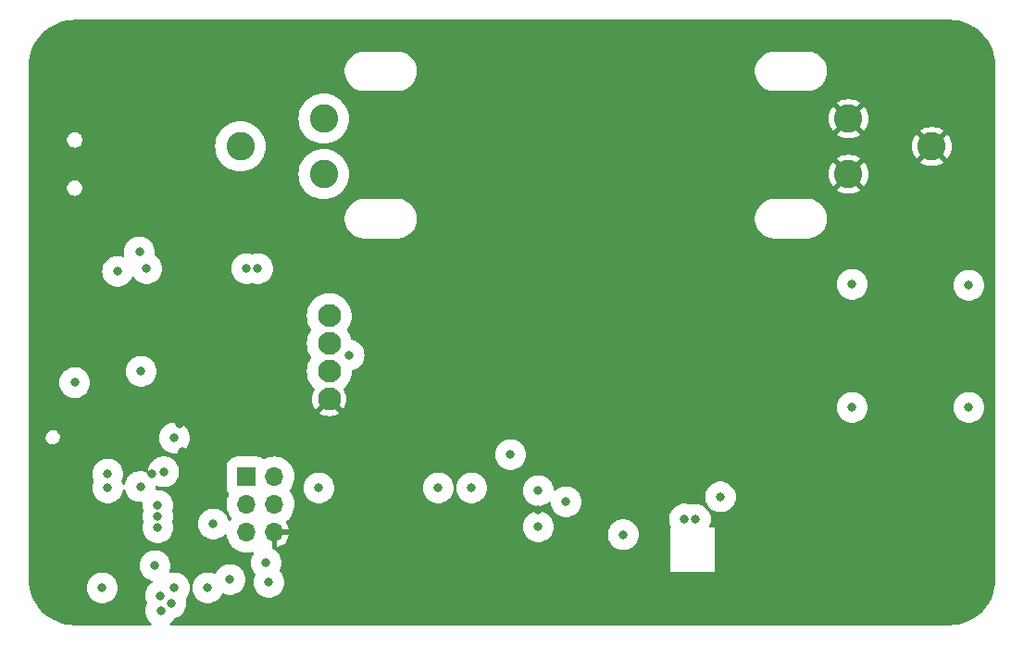
<source format=gbr>
%TF.GenerationSoftware,KiCad,Pcbnew,7.0.7*%
%TF.CreationDate,2023-09-10T20:13:10+02:00*%
%TF.ProjectId,Riddle_PCB,52696464-6c65-45f5-9043-422e6b696361,rev?*%
%TF.SameCoordinates,Original*%
%TF.FileFunction,Copper,L3,Inr*%
%TF.FilePolarity,Positive*%
%FSLAX46Y46*%
G04 Gerber Fmt 4.6, Leading zero omitted, Abs format (unit mm)*
G04 Created by KiCad (PCBNEW 7.0.7) date 2023-09-10 20:13:10*
%MOMM*%
%LPD*%
G01*
G04 APERTURE LIST*
%TA.AperFunction,ComponentPad*%
%ADD10C,2.590800*%
%TD*%
%TA.AperFunction,ComponentPad*%
%ADD11C,2.100000*%
%TD*%
%TA.AperFunction,ComponentPad*%
%ADD12R,1.700000X1.700000*%
%TD*%
%TA.AperFunction,ComponentPad*%
%ADD13O,1.700000X1.700000*%
%TD*%
%TA.AperFunction,ViaPad*%
%ADD14C,0.800000*%
%TD*%
G04 APERTURE END LIST*
D10*
%TO.N,/Powersupply/Bat_pos*%
%TO.C,POS*%
X132766000Y-74930000D03*
X132766000Y-69850000D03*
X125146000Y-72390000D03*
%TD*%
%TO.N,GND*%
%TO.C,NEG*%
X180766000Y-69850000D03*
X180766000Y-74930000D03*
X188386000Y-72390000D03*
%TD*%
D11*
%TO.N,/SDA*%
%TO.C,DISPLAY*%
X133280000Y-87884000D03*
%TO.N,/SCL*%
X133280000Y-90424000D03*
%TO.N,/3V3*%
X133280000Y-92964000D03*
%TO.N,GND*%
X133280000Y-95504000D03*
%TD*%
D12*
%TO.N,/Microcontroller/MISO*%
%TO.C,PRG*%
X125730000Y-102616000D03*
D13*
%TO.N,/3V3*%
X128270000Y-102616000D03*
%TO.N,/Microcontroller/SCK*%
X125730000Y-105156000D03*
%TO.N,/Microcontroller/MOSI*%
X128270000Y-105156000D03*
%TO.N,/Microcontroller/RESET*%
X125730000Y-107696000D03*
%TO.N,GND*%
X128270000Y-107696000D03*
%TD*%
D14*
%TO.N,GND*%
X117637662Y-62849500D03*
X113000000Y-62000000D03*
X130500000Y-76500000D03*
X132000000Y-79500000D03*
X132000000Y-81000000D03*
X146500000Y-108000000D03*
X137000000Y-107000000D03*
X130500000Y-107500000D03*
X108000000Y-102500000D03*
X107000000Y-81000000D03*
X112500000Y-81000000D03*
X120000000Y-83500000D03*
X188500000Y-64500000D03*
X180500000Y-64500000D03*
X188500000Y-80000000D03*
X180500000Y-80000000D03*
X183500000Y-96500000D03*
X183500000Y-107500000D03*
X172500000Y-95500000D03*
%TO.N,/Microcontroller/MISO*%
X117602000Y-107250500D03*
%TO.N,/Microcontroller/SCK*%
X117602000Y-105228500D03*
%TO.N,/Microcontroller/MOSI*%
X117602000Y-106228003D03*
%TO.N,GND*%
X172974000Y-106680000D03*
%TO.N,/SW4*%
X117860055Y-114881755D03*
%TO.N,/SW3*%
X118807457Y-114182255D03*
%TO.N,/SW2*%
X117856000Y-113482755D03*
%TO.N,/SW1*%
X119126000Y-112776000D03*
%TO.N,/SW4*%
X113030000Y-103632000D03*
%TO.N,/SW3*%
X113030000Y-102362000D03*
%TO.N,/SW2*%
X118142810Y-102142810D03*
%TO.N,/SW1*%
X119126000Y-99060000D03*
%TO.N,/3V3*%
X191770000Y-96266000D03*
X181102000Y-96266000D03*
X181102000Y-85000000D03*
X191770000Y-85090000D03*
%TO.N,/SDA*%
X135091973Y-91476027D03*
X124206000Y-112014000D03*
X127762000Y-112268000D03*
X146304000Y-103632000D03*
%TO.N,/SCL*%
X154940000Y-104902000D03*
%TO.N,/3V3*%
X127508000Y-110490000D03*
X122174000Y-112776000D03*
%TO.N,GND*%
X117094000Y-102362000D03*
X119634000Y-97790000D03*
X118618000Y-94488000D03*
X119888000Y-100330000D03*
%TO.N,/3V3*%
X116586000Y-83566000D03*
X152400000Y-107188000D03*
%TO.N,GND*%
X113792000Y-94234000D03*
X112014000Y-94234000D03*
%TO.N,/3V3*%
X112522000Y-112776000D03*
X122682000Y-106934000D03*
%TO.N,/Microcontroller/RESET*%
X116000000Y-103500000D03*
X110000000Y-94000000D03*
%TO.N,/3V3*%
X116078000Y-92964000D03*
%TO.N,Net-(U7-VCC)*%
X152400000Y-103886000D03*
%TO.N,GND*%
X152400000Y-105664000D03*
%TO.N,/3V3*%
X149860000Y-100584000D03*
%TO.N,GND*%
X165246000Y-111834756D03*
%TO.N,/3V3*%
X169056000Y-104442000D03*
%TO.N,Net-(U8-SDO{slash}AD0)*%
X166768584Y-106499340D03*
%TO.N,Net-(U8-REGOUT)*%
X165754000Y-106474000D03*
%TO.N,GND*%
X134112000Y-108712000D03*
X141732000Y-106680000D03*
%TO.N,/analog_temp*%
X117348000Y-110744000D03*
X132334000Y-103632000D03*
%TO.N,GND*%
X163468000Y-111046000D03*
X161944000Y-111046000D03*
%TO.N,/3V3*%
X160166000Y-107897500D03*
X143256000Y-103632000D03*
X125730000Y-83566000D03*
X126746000Y-83566000D03*
%TO.N,Net-(J4-D-)*%
X113919000Y-83820000D03*
X115915500Y-82042000D03*
%TO.N,GND*%
X109728000Y-78740000D03*
X109728000Y-69342000D03*
%TD*%
%TA.AperFunction,Conductor*%
%TO.N,GND*%
G36*
X190001424Y-60800566D02*
G01*
X190384618Y-60818282D01*
X190390311Y-60818808D01*
X190768824Y-60871609D01*
X190774443Y-60872659D01*
X191146465Y-60960158D01*
X191151957Y-60961721D01*
X191514326Y-61083175D01*
X191519636Y-61085232D01*
X191869269Y-61239610D01*
X191874369Y-61242149D01*
X192168852Y-61406175D01*
X192208242Y-61428115D01*
X192213113Y-61431131D01*
X192528396Y-61647105D01*
X192532969Y-61650558D01*
X192826984Y-61894705D01*
X192831218Y-61898565D01*
X193101434Y-62168781D01*
X193105294Y-62173015D01*
X193349441Y-62467030D01*
X193352894Y-62471603D01*
X193568868Y-62786886D01*
X193571884Y-62791757D01*
X193757844Y-63125619D01*
X193760393Y-63130739D01*
X193914762Y-63480352D01*
X193916826Y-63485679D01*
X194038276Y-63848035D01*
X194039844Y-63853546D01*
X194127338Y-64225548D01*
X194128391Y-64231180D01*
X194181189Y-64609675D01*
X194181717Y-64615380D01*
X194199434Y-64998575D01*
X194199500Y-65001439D01*
X194199500Y-111998560D01*
X194199434Y-112001424D01*
X194181717Y-112384619D01*
X194181189Y-112390324D01*
X194128391Y-112768819D01*
X194127338Y-112774451D01*
X194039844Y-113146453D01*
X194038276Y-113151964D01*
X193916826Y-113514320D01*
X193914759Y-113519655D01*
X193816726Y-113741680D01*
X193760398Y-113869251D01*
X193757844Y-113874380D01*
X193571884Y-114208242D01*
X193568868Y-114213113D01*
X193352894Y-114528396D01*
X193349441Y-114532969D01*
X193105294Y-114826984D01*
X193101434Y-114831218D01*
X192831218Y-115101434D01*
X192826984Y-115105294D01*
X192532969Y-115349441D01*
X192528396Y-115352894D01*
X192213113Y-115568868D01*
X192208242Y-115571884D01*
X191874380Y-115757844D01*
X191869252Y-115760397D01*
X191519655Y-115914759D01*
X191514320Y-115916826D01*
X191151964Y-116038276D01*
X191146453Y-116039844D01*
X190774451Y-116127338D01*
X190768819Y-116128391D01*
X190390324Y-116181189D01*
X190384619Y-116181717D01*
X190001424Y-116199434D01*
X189998560Y-116199500D01*
X118808371Y-116199500D01*
X118741332Y-116179815D01*
X118695577Y-116127011D01*
X118685633Y-116057853D01*
X118714658Y-115994297D01*
X118732209Y-115977646D01*
X118811839Y-115915668D01*
X118969034Y-115744908D01*
X119063757Y-115599921D01*
X119116903Y-115554565D01*
X119147159Y-115545434D01*
X119148914Y-115545140D01*
X119152438Y-115544553D01*
X119371960Y-115469191D01*
X119576083Y-115358725D01*
X119585658Y-115351273D01*
X119747802Y-115225071D01*
X119759241Y-115216168D01*
X119916436Y-115045408D01*
X120043381Y-114851104D01*
X120136614Y-114638555D01*
X120193591Y-114413560D01*
X120212757Y-114182255D01*
X120193717Y-113952468D01*
X120193592Y-113950957D01*
X120193588Y-113950937D01*
X120157070Y-113806732D01*
X120159694Y-113736912D01*
X120186043Y-113692310D01*
X120234979Y-113639153D01*
X120361924Y-113444849D01*
X120455157Y-113232300D01*
X120512134Y-113007305D01*
X120517972Y-112936848D01*
X120526424Y-112834852D01*
X120547934Y-112779106D01*
X120749666Y-112779106D01*
X120771456Y-112820101D01*
X120773576Y-112834852D01*
X120787864Y-113007297D01*
X120787866Y-113007308D01*
X120844842Y-113232300D01*
X120938075Y-113444848D01*
X121065016Y-113639147D01*
X121065019Y-113639150D01*
X121065021Y-113639153D01*
X121222216Y-113809913D01*
X121222219Y-113809915D01*
X121222222Y-113809918D01*
X121405365Y-113952464D01*
X121405371Y-113952468D01*
X121405374Y-113952470D01*
X121609497Y-114062936D01*
X121723487Y-114102068D01*
X121829015Y-114138297D01*
X121829017Y-114138297D01*
X121829019Y-114138298D01*
X122057951Y-114176500D01*
X122057952Y-114176500D01*
X122290048Y-114176500D01*
X122290049Y-114176500D01*
X122518981Y-114138298D01*
X122738503Y-114062936D01*
X122942626Y-113952470D01*
X123125784Y-113809913D01*
X123282979Y-113639153D01*
X123409924Y-113444849D01*
X123451256Y-113350620D01*
X123496213Y-113297134D01*
X123562949Y-113276444D01*
X123623831Y-113291375D01*
X123641497Y-113300936D01*
X123755487Y-113340068D01*
X123861015Y-113376297D01*
X123861017Y-113376297D01*
X123861019Y-113376298D01*
X124089951Y-113414500D01*
X124089952Y-113414500D01*
X124322048Y-113414500D01*
X124322049Y-113414500D01*
X124550981Y-113376298D01*
X124770503Y-113300936D01*
X124974626Y-113190470D01*
X125157784Y-113047913D01*
X125314979Y-112877153D01*
X125441924Y-112682849D01*
X125535157Y-112470300D01*
X125592134Y-112245305D01*
X125593576Y-112227902D01*
X125611300Y-112014006D01*
X125611300Y-112013993D01*
X125592135Y-111782702D01*
X125592133Y-111782691D01*
X125535157Y-111557699D01*
X125441924Y-111345151D01*
X125314983Y-111150852D01*
X125314980Y-111150849D01*
X125314979Y-111150847D01*
X125157784Y-110980087D01*
X125157779Y-110980083D01*
X125157777Y-110980081D01*
X124974634Y-110837535D01*
X124974628Y-110837531D01*
X124770504Y-110727064D01*
X124770495Y-110727061D01*
X124550984Y-110651702D01*
X124379281Y-110623050D01*
X124322049Y-110613500D01*
X124089951Y-110613500D01*
X124044164Y-110621140D01*
X123861015Y-110651702D01*
X123641504Y-110727061D01*
X123641495Y-110727064D01*
X123437371Y-110837531D01*
X123437365Y-110837535D01*
X123254222Y-110980081D01*
X123254219Y-110980084D01*
X123097016Y-111150852D01*
X122970076Y-111345149D01*
X122928743Y-111439380D01*
X122883786Y-111492865D01*
X122817050Y-111513555D01*
X122756172Y-111498625D01*
X122738511Y-111489067D01*
X122738495Y-111489061D01*
X122518984Y-111413702D01*
X122347281Y-111385050D01*
X122290049Y-111375500D01*
X122057951Y-111375500D01*
X122012164Y-111383140D01*
X121829015Y-111413702D01*
X121609504Y-111489061D01*
X121609495Y-111489064D01*
X121405371Y-111599531D01*
X121405365Y-111599535D01*
X121222222Y-111742081D01*
X121222219Y-111742084D01*
X121222216Y-111742086D01*
X121222216Y-111742087D01*
X121163267Y-111806121D01*
X121065016Y-111912852D01*
X120938075Y-112107151D01*
X120844842Y-112319699D01*
X120787866Y-112544691D01*
X120787864Y-112544703D01*
X120773575Y-112717147D01*
X120749666Y-112779106D01*
X120547934Y-112779106D01*
X120550332Y-112772892D01*
X120528543Y-112731897D01*
X120526425Y-112717167D01*
X120512134Y-112544695D01*
X120500638Y-112499297D01*
X120455157Y-112319699D01*
X120361924Y-112107151D01*
X120234983Y-111912852D01*
X120234980Y-111912849D01*
X120234979Y-111912847D01*
X120077784Y-111742087D01*
X120077779Y-111742083D01*
X120077777Y-111742081D01*
X119894634Y-111599535D01*
X119894628Y-111599531D01*
X119690504Y-111489064D01*
X119690495Y-111489061D01*
X119470984Y-111413702D01*
X119299282Y-111385050D01*
X119242049Y-111375500D01*
X119009951Y-111375500D01*
X118910342Y-111392121D01*
X118793962Y-111411542D01*
X118724596Y-111403160D01*
X118670774Y-111358607D01*
X118649584Y-111292028D01*
X118659996Y-111239422D01*
X118677157Y-111200300D01*
X118734134Y-110975305D01*
X118734135Y-110975297D01*
X118753300Y-110744006D01*
X118753300Y-110743993D01*
X118734135Y-110512702D01*
X118734133Y-110512691D01*
X118677157Y-110287699D01*
X118583924Y-110075151D01*
X118456983Y-109880852D01*
X118456980Y-109880849D01*
X118456979Y-109880847D01*
X118299784Y-109710087D01*
X118299779Y-109710083D01*
X118299777Y-109710081D01*
X118116634Y-109567535D01*
X118116628Y-109567531D01*
X117912504Y-109457064D01*
X117912495Y-109457061D01*
X117692984Y-109381702D01*
X117521281Y-109353050D01*
X117464049Y-109343500D01*
X117231951Y-109343500D01*
X117186164Y-109351140D01*
X117003015Y-109381702D01*
X116783504Y-109457061D01*
X116783495Y-109457064D01*
X116579371Y-109567531D01*
X116579365Y-109567535D01*
X116396222Y-109710081D01*
X116396219Y-109710084D01*
X116239016Y-109880852D01*
X116112075Y-110075151D01*
X116018842Y-110287699D01*
X115961866Y-110512691D01*
X115961864Y-110512702D01*
X115942700Y-110743993D01*
X115942700Y-110744006D01*
X115961864Y-110975297D01*
X115961866Y-110975308D01*
X116018842Y-111200300D01*
X116112075Y-111412848D01*
X116239016Y-111607147D01*
X116239019Y-111607151D01*
X116239021Y-111607153D01*
X116396216Y-111777913D01*
X116396219Y-111777915D01*
X116396222Y-111777918D01*
X116579365Y-111920464D01*
X116579371Y-111920468D01*
X116579374Y-111920470D01*
X116783497Y-112030936D01*
X117003019Y-112106298D01*
X117005222Y-112106665D01*
X117006048Y-112107065D01*
X117007989Y-112107557D01*
X117007887Y-112107956D01*
X117068107Y-112137113D01*
X117104549Y-112196726D01*
X117102977Y-112266578D01*
X117063889Y-112324492D01*
X117060979Y-112326828D01*
X116904218Y-112448840D01*
X116747016Y-112619607D01*
X116620075Y-112813906D01*
X116526842Y-113026454D01*
X116469866Y-113251446D01*
X116469864Y-113251457D01*
X116450700Y-113482748D01*
X116450700Y-113482761D01*
X116469864Y-113714052D01*
X116469866Y-113714063D01*
X116526842Y-113939055D01*
X116613699Y-114137067D01*
X116622602Y-114206367D01*
X116613699Y-114236687D01*
X116530897Y-114425454D01*
X116473921Y-114650446D01*
X116473919Y-114650457D01*
X116454755Y-114881748D01*
X116454755Y-114881761D01*
X116473919Y-115113052D01*
X116473921Y-115113063D01*
X116530897Y-115338055D01*
X116624130Y-115550603D01*
X116751071Y-115744902D01*
X116751074Y-115744905D01*
X116751076Y-115744908D01*
X116908271Y-115915668D01*
X116987901Y-115977646D01*
X117028714Y-116034357D01*
X117032389Y-116104130D01*
X116997758Y-116164813D01*
X116935816Y-116197140D01*
X116911739Y-116199500D01*
X110001440Y-116199500D01*
X109998576Y-116199434D01*
X109615380Y-116181717D01*
X109609675Y-116181189D01*
X109231180Y-116128391D01*
X109225548Y-116127338D01*
X108853546Y-116039844D01*
X108848035Y-116038276D01*
X108485679Y-115916826D01*
X108480352Y-115914762D01*
X108130739Y-115760393D01*
X108125619Y-115757844D01*
X108102394Y-115744908D01*
X108045560Y-115713251D01*
X107791757Y-115571884D01*
X107786886Y-115568868D01*
X107471603Y-115352894D01*
X107467030Y-115349441D01*
X107173015Y-115105294D01*
X107168781Y-115101434D01*
X106898565Y-114831218D01*
X106894705Y-114826984D01*
X106650558Y-114532969D01*
X106647105Y-114528396D01*
X106431131Y-114213113D01*
X106428115Y-114208242D01*
X106396568Y-114151604D01*
X106242149Y-113874369D01*
X106239610Y-113869269D01*
X106085232Y-113519636D01*
X106083173Y-113514320D01*
X106072595Y-113482761D01*
X105961721Y-113151957D01*
X105960158Y-113146465D01*
X105873027Y-112776006D01*
X111116700Y-112776006D01*
X111135864Y-113007297D01*
X111135866Y-113007308D01*
X111192842Y-113232300D01*
X111286075Y-113444848D01*
X111413016Y-113639147D01*
X111413019Y-113639150D01*
X111413021Y-113639153D01*
X111570216Y-113809913D01*
X111570219Y-113809915D01*
X111570222Y-113809918D01*
X111753365Y-113952464D01*
X111753371Y-113952468D01*
X111753374Y-113952470D01*
X111957497Y-114062936D01*
X112071487Y-114102068D01*
X112177015Y-114138297D01*
X112177017Y-114138297D01*
X112177019Y-114138298D01*
X112405951Y-114176500D01*
X112405952Y-114176500D01*
X112638048Y-114176500D01*
X112638049Y-114176500D01*
X112866981Y-114138298D01*
X113086503Y-114062936D01*
X113290626Y-113952470D01*
X113473784Y-113809913D01*
X113630979Y-113639153D01*
X113757924Y-113444849D01*
X113851157Y-113232300D01*
X113908134Y-113007305D01*
X113913972Y-112936848D01*
X113927300Y-112776006D01*
X113927300Y-112775993D01*
X113908135Y-112544702D01*
X113908133Y-112544691D01*
X113851157Y-112319699D01*
X113757924Y-112107151D01*
X113630983Y-111912852D01*
X113630980Y-111912849D01*
X113630979Y-111912847D01*
X113473784Y-111742087D01*
X113473779Y-111742083D01*
X113473777Y-111742081D01*
X113290634Y-111599535D01*
X113290628Y-111599531D01*
X113086504Y-111489064D01*
X113086495Y-111489061D01*
X112866984Y-111413702D01*
X112695282Y-111385050D01*
X112638049Y-111375500D01*
X112405951Y-111375500D01*
X112360164Y-111383140D01*
X112177015Y-111413702D01*
X111957504Y-111489061D01*
X111957495Y-111489064D01*
X111753371Y-111599531D01*
X111753365Y-111599535D01*
X111570222Y-111742081D01*
X111570219Y-111742084D01*
X111570216Y-111742086D01*
X111570216Y-111742087D01*
X111511267Y-111806121D01*
X111413016Y-111912852D01*
X111286075Y-112107151D01*
X111192842Y-112319699D01*
X111135866Y-112544691D01*
X111135864Y-112544702D01*
X111116700Y-112775993D01*
X111116700Y-112776006D01*
X105873027Y-112776006D01*
X105872659Y-112774443D01*
X105871608Y-112768819D01*
X105859616Y-112682848D01*
X105818808Y-112390311D01*
X105818282Y-112384618D01*
X105800566Y-112001424D01*
X105800500Y-111998560D01*
X105800500Y-103632006D01*
X111624700Y-103632006D01*
X111643864Y-103863297D01*
X111643866Y-103863308D01*
X111700842Y-104088300D01*
X111794075Y-104300848D01*
X111921016Y-104495147D01*
X111921019Y-104495151D01*
X111921021Y-104495153D01*
X112078216Y-104665913D01*
X112078219Y-104665915D01*
X112078222Y-104665918D01*
X112261365Y-104808464D01*
X112261371Y-104808468D01*
X112261374Y-104808470D01*
X112465497Y-104918936D01*
X112579487Y-104958068D01*
X112685015Y-104994297D01*
X112685017Y-104994297D01*
X112685019Y-104994298D01*
X112913951Y-105032500D01*
X112913952Y-105032500D01*
X113146048Y-105032500D01*
X113146049Y-105032500D01*
X113374981Y-104994298D01*
X113594503Y-104918936D01*
X113798626Y-104808470D01*
X113826291Y-104786938D01*
X113874837Y-104749153D01*
X113981784Y-104665913D01*
X114138979Y-104495153D01*
X114265924Y-104300849D01*
X114359157Y-104088300D01*
X114411508Y-103881572D01*
X114447047Y-103821418D01*
X114509467Y-103790026D01*
X114578950Y-103797364D01*
X114633436Y-103841103D01*
X114651918Y-103881573D01*
X114670840Y-103956295D01*
X114670841Y-103956296D01*
X114764075Y-104168848D01*
X114891016Y-104363147D01*
X114891019Y-104363151D01*
X114891021Y-104363153D01*
X115048216Y-104533913D01*
X115048219Y-104533915D01*
X115048222Y-104533918D01*
X115231365Y-104676464D01*
X115231371Y-104676468D01*
X115231374Y-104676470D01*
X115435497Y-104786936D01*
X115549487Y-104826068D01*
X115655015Y-104862297D01*
X115655017Y-104862297D01*
X115655019Y-104862298D01*
X115883951Y-104900500D01*
X115883952Y-104900500D01*
X116089179Y-104900500D01*
X116156218Y-104920185D01*
X116201973Y-104972989D01*
X116212755Y-105034740D01*
X116196700Y-105228494D01*
X116196700Y-105228506D01*
X116215864Y-105459797D01*
X116215866Y-105459808D01*
X116272842Y-105684797D01*
X116273935Y-105687980D01*
X116273997Y-105689358D01*
X116274102Y-105689772D01*
X116274016Y-105689793D01*
X116277089Y-105757779D01*
X116273939Y-105768506D01*
X116272846Y-105771689D01*
X116215866Y-105996694D01*
X116215864Y-105996705D01*
X116196700Y-106227996D01*
X116196700Y-106228009D01*
X116215864Y-106459300D01*
X116215866Y-106459311D01*
X116272842Y-106684300D01*
X116275097Y-106689441D01*
X116284000Y-106758741D01*
X116275101Y-106789052D01*
X116272843Y-106794200D01*
X116272841Y-106794204D01*
X116215866Y-107019191D01*
X116215864Y-107019202D01*
X116196700Y-107250493D01*
X116196700Y-107250506D01*
X116215864Y-107481797D01*
X116215866Y-107481808D01*
X116272842Y-107706800D01*
X116366075Y-107919348D01*
X116493016Y-108113647D01*
X116493019Y-108113651D01*
X116493021Y-108113653D01*
X116650216Y-108284413D01*
X116650219Y-108284415D01*
X116650222Y-108284418D01*
X116833365Y-108426964D01*
X116833371Y-108426968D01*
X116833374Y-108426970D01*
X117037497Y-108537436D01*
X117121715Y-108566348D01*
X117257015Y-108612797D01*
X117257017Y-108612797D01*
X117257019Y-108612798D01*
X117485951Y-108651000D01*
X117485952Y-108651000D01*
X117718048Y-108651000D01*
X117718049Y-108651000D01*
X117946981Y-108612798D01*
X118166503Y-108537436D01*
X118370626Y-108426970D01*
X118553784Y-108284413D01*
X118710979Y-108113653D01*
X118713063Y-108110464D01*
X118806194Y-107967915D01*
X118837924Y-107919349D01*
X118931157Y-107706800D01*
X118988134Y-107481805D01*
X118988135Y-107481797D01*
X119007300Y-107250506D01*
X119007300Y-107250493D01*
X118988135Y-107019202D01*
X118988133Y-107019191D01*
X118966561Y-106934006D01*
X121276700Y-106934006D01*
X121295864Y-107165297D01*
X121295866Y-107165308D01*
X121352842Y-107390300D01*
X121446075Y-107602848D01*
X121573016Y-107797147D01*
X121573019Y-107797151D01*
X121573021Y-107797153D01*
X121730216Y-107967913D01*
X121730219Y-107967915D01*
X121730222Y-107967918D01*
X121913365Y-108110464D01*
X121913371Y-108110468D01*
X121913374Y-108110470D01*
X121947260Y-108128808D01*
X122113324Y-108218678D01*
X122117497Y-108220936D01*
X122176702Y-108241261D01*
X122337015Y-108296297D01*
X122337017Y-108296297D01*
X122337019Y-108296298D01*
X122565951Y-108334500D01*
X122565952Y-108334500D01*
X122798048Y-108334500D01*
X122798049Y-108334500D01*
X123026981Y-108296298D01*
X123246503Y-108220936D01*
X123450626Y-108110470D01*
X123633784Y-107967913D01*
X123683713Y-107913675D01*
X123743598Y-107877685D01*
X123813436Y-107879784D01*
X123871053Y-107919308D01*
X123896108Y-107971299D01*
X123949922Y-108218674D01*
X123949923Y-108218678D01*
X123978874Y-108296298D01*
X124042426Y-108466690D01*
X124042428Y-108466694D01*
X124169280Y-108699005D01*
X124169285Y-108699013D01*
X124327906Y-108910907D01*
X124327922Y-108910925D01*
X124515074Y-109098077D01*
X124515092Y-109098093D01*
X124726986Y-109256714D01*
X124726994Y-109256719D01*
X124959305Y-109383571D01*
X124959309Y-109383573D01*
X124959311Y-109383574D01*
X125207322Y-109476077D01*
X125207325Y-109476077D01*
X125207326Y-109476078D01*
X125402552Y-109518546D01*
X125465974Y-109532343D01*
X125709660Y-109549772D01*
X125729999Y-109551227D01*
X125730000Y-109551227D01*
X125730001Y-109551227D01*
X125748885Y-109549876D01*
X125994026Y-109532343D01*
X125994036Y-109532341D01*
X126027041Y-109525161D01*
X126242430Y-109478306D01*
X126312119Y-109483290D01*
X126368053Y-109525161D01*
X126392470Y-109590625D01*
X126377618Y-109658898D01*
X126372595Y-109667293D01*
X126272075Y-109821151D01*
X126178842Y-110033699D01*
X126121866Y-110258691D01*
X126121864Y-110258702D01*
X126102700Y-110489993D01*
X126102700Y-110490006D01*
X126121864Y-110721297D01*
X126121866Y-110721308D01*
X126178842Y-110946300D01*
X126272075Y-111158848D01*
X126393791Y-111345149D01*
X126399021Y-111353153D01*
X126503287Y-111466417D01*
X126534208Y-111529069D01*
X126526348Y-111598495D01*
X126525612Y-111600207D01*
X126432842Y-111811699D01*
X126375866Y-112036691D01*
X126375864Y-112036702D01*
X126356700Y-112267993D01*
X126356700Y-112268006D01*
X126375864Y-112499297D01*
X126375866Y-112499308D01*
X126432842Y-112724300D01*
X126526075Y-112936848D01*
X126653016Y-113131147D01*
X126653019Y-113131151D01*
X126653021Y-113131153D01*
X126810216Y-113301913D01*
X126810219Y-113301915D01*
X126810222Y-113301918D01*
X126993365Y-113444464D01*
X126993371Y-113444468D01*
X126993374Y-113444470D01*
X127197497Y-113554936D01*
X127311487Y-113594068D01*
X127417015Y-113630297D01*
X127417017Y-113630297D01*
X127417019Y-113630298D01*
X127645951Y-113668500D01*
X127645952Y-113668500D01*
X127878048Y-113668500D01*
X127878049Y-113668500D01*
X128106981Y-113630298D01*
X128326503Y-113554936D01*
X128530626Y-113444470D01*
X128713784Y-113301913D01*
X128870979Y-113131153D01*
X128997924Y-112936849D01*
X129091157Y-112724300D01*
X129148134Y-112499305D01*
X129148135Y-112499297D01*
X129167300Y-112268006D01*
X129167300Y-112267993D01*
X129148135Y-112036702D01*
X129148133Y-112036691D01*
X129091157Y-111811699D01*
X128997924Y-111599151D01*
X128870983Y-111404853D01*
X128870982Y-111404852D01*
X128870979Y-111404847D01*
X128774461Y-111300000D01*
X128766713Y-111291583D01*
X128735792Y-111228928D01*
X128743653Y-111159502D01*
X128744388Y-111157791D01*
X128837157Y-110946300D01*
X128864701Y-110837531D01*
X128894134Y-110721305D01*
X128894135Y-110721297D01*
X128913300Y-110490006D01*
X128913300Y-110489993D01*
X128894135Y-110258702D01*
X128894133Y-110258691D01*
X128837157Y-110033699D01*
X128743924Y-109821151D01*
X128616983Y-109626852D01*
X128616980Y-109626849D01*
X128616979Y-109626847D01*
X128459784Y-109456087D01*
X128459779Y-109456083D01*
X128459777Y-109456081D01*
X128276634Y-109313535D01*
X128276628Y-109313531D01*
X128075063Y-109204449D01*
X128025473Y-109155229D01*
X128010365Y-109087012D01*
X128019998Y-109060883D01*
X128019998Y-108308300D01*
X128039682Y-108241261D01*
X128092486Y-108195506D01*
X128161642Y-108185562D01*
X128234237Y-108196000D01*
X128234240Y-108196000D01*
X128305762Y-108196000D01*
X128305763Y-108196000D01*
X128378353Y-108185563D01*
X128447512Y-108195507D01*
X128500315Y-108241262D01*
X128520000Y-108308301D01*
X128520000Y-109026633D01*
X128733483Y-108969433D01*
X128733492Y-108969429D01*
X128947578Y-108869600D01*
X129141082Y-108734105D01*
X129308105Y-108567082D01*
X129443600Y-108373578D01*
X129543429Y-108159492D01*
X129543432Y-108159486D01*
X129600636Y-107946000D01*
X128883347Y-107946000D01*
X128816308Y-107926315D01*
X128770553Y-107873511D01*
X128760609Y-107804353D01*
X128764369Y-107787067D01*
X128770000Y-107767888D01*
X128770000Y-107624111D01*
X128764369Y-107604933D01*
X128764370Y-107535064D01*
X128802145Y-107476286D01*
X128865701Y-107447262D01*
X128883347Y-107446000D01*
X129600636Y-107446000D01*
X129600635Y-107445999D01*
X129543432Y-107232513D01*
X129543429Y-107232507D01*
X129522678Y-107188006D01*
X150994700Y-107188006D01*
X151013864Y-107419297D01*
X151013866Y-107419308D01*
X151070842Y-107644300D01*
X151164075Y-107856848D01*
X151291016Y-108051147D01*
X151291019Y-108051151D01*
X151291021Y-108051153D01*
X151448216Y-108221913D01*
X151448219Y-108221915D01*
X151448222Y-108221918D01*
X151631365Y-108364464D01*
X151631371Y-108364468D01*
X151631374Y-108364470D01*
X151835497Y-108474936D01*
X151949487Y-108514068D01*
X152055015Y-108550297D01*
X152055017Y-108550297D01*
X152055019Y-108550298D01*
X152283951Y-108588500D01*
X152283952Y-108588500D01*
X152516048Y-108588500D01*
X152516049Y-108588500D01*
X152744981Y-108550298D01*
X152964503Y-108474936D01*
X153168626Y-108364470D01*
X153351784Y-108221913D01*
X153508979Y-108051153D01*
X153609361Y-107897506D01*
X158760700Y-107897506D01*
X158779864Y-108128797D01*
X158779866Y-108128808D01*
X158836842Y-108353800D01*
X158930075Y-108566348D01*
X159057016Y-108760647D01*
X159057019Y-108760651D01*
X159057021Y-108760653D01*
X159214216Y-108931413D01*
X159214219Y-108931415D01*
X159214222Y-108931418D01*
X159397365Y-109073964D01*
X159397371Y-109073968D01*
X159397374Y-109073970D01*
X159601497Y-109184436D01*
X159655759Y-109203064D01*
X159821015Y-109259797D01*
X159821017Y-109259797D01*
X159821019Y-109259798D01*
X160049951Y-109298000D01*
X160049952Y-109298000D01*
X160282048Y-109298000D01*
X160282049Y-109298000D01*
X160510981Y-109259798D01*
X160730503Y-109184436D01*
X160934626Y-109073970D01*
X160964966Y-109050356D01*
X161045079Y-108988001D01*
X161117784Y-108931413D01*
X161274979Y-108760653D01*
X161401924Y-108566349D01*
X161495157Y-108353800D01*
X161552134Y-108128805D01*
X161552785Y-108120952D01*
X161571300Y-107897506D01*
X161571300Y-107897493D01*
X161552135Y-107666202D01*
X161552133Y-107666191D01*
X161495157Y-107441199D01*
X161401924Y-107228651D01*
X161274983Y-107034352D01*
X161274980Y-107034349D01*
X161274979Y-107034347D01*
X161117784Y-106863587D01*
X161117779Y-106863583D01*
X161117777Y-106863581D01*
X160934634Y-106721035D01*
X160934628Y-106721031D01*
X160730504Y-106610564D01*
X160730495Y-106610561D01*
X160510984Y-106535202D01*
X160339282Y-106506550D01*
X160282049Y-106497000D01*
X160049951Y-106497000D01*
X160004164Y-106504640D01*
X159821015Y-106535202D01*
X159601504Y-106610561D01*
X159601495Y-106610564D01*
X159397371Y-106721031D01*
X159397365Y-106721035D01*
X159214222Y-106863581D01*
X159214219Y-106863584D01*
X159057016Y-107034352D01*
X158930075Y-107228651D01*
X158836842Y-107441199D01*
X158779866Y-107666191D01*
X158779864Y-107666202D01*
X158760700Y-107897493D01*
X158760700Y-107897506D01*
X153609361Y-107897506D01*
X153635924Y-107856849D01*
X153729157Y-107644300D01*
X153786134Y-107419305D01*
X153786135Y-107419297D01*
X153805300Y-107188006D01*
X153805300Y-107187993D01*
X153786135Y-106956702D01*
X153786133Y-106956691D01*
X153729157Y-106731699D01*
X153635924Y-106519151D01*
X153606430Y-106474006D01*
X164348700Y-106474006D01*
X164367864Y-106705297D01*
X164367866Y-106705308D01*
X164424842Y-106930297D01*
X164424843Y-106930300D01*
X164502056Y-107106327D01*
X164510959Y-107175627D01*
X164484000Y-107232385D01*
X164484000Y-107236000D01*
X164484000Y-111300000D01*
X168548000Y-111300000D01*
X168548000Y-107236000D01*
X168164560Y-107236000D01*
X168097521Y-107216315D01*
X168051766Y-107163511D01*
X168041822Y-107094353D01*
X168051004Y-107062190D01*
X168097741Y-106955640D01*
X168128269Y-106835090D01*
X168154718Y-106730645D01*
X168154719Y-106730637D01*
X168173884Y-106499346D01*
X168173884Y-106499333D01*
X168154719Y-106268042D01*
X168154717Y-106268031D01*
X168097741Y-106043039D01*
X168004508Y-105830491D01*
X167877567Y-105636192D01*
X167877564Y-105636189D01*
X167877563Y-105636187D01*
X167720368Y-105465427D01*
X167720363Y-105465423D01*
X167720361Y-105465421D01*
X167537218Y-105322875D01*
X167537212Y-105322871D01*
X167333088Y-105212404D01*
X167333079Y-105212401D01*
X167113568Y-105137042D01*
X166941865Y-105108390D01*
X166884633Y-105098840D01*
X166652535Y-105098840D01*
X166623893Y-105103619D01*
X166423602Y-105137041D01*
X166338459Y-105166271D01*
X166268660Y-105169420D01*
X166257934Y-105166270D01*
X166098984Y-105111702D01*
X165927281Y-105083050D01*
X165870049Y-105073500D01*
X165637951Y-105073500D01*
X165592164Y-105081140D01*
X165409015Y-105111702D01*
X165189504Y-105187061D01*
X165189495Y-105187064D01*
X164985371Y-105297531D01*
X164985365Y-105297535D01*
X164802222Y-105440081D01*
X164802219Y-105440084D01*
X164802216Y-105440086D01*
X164802216Y-105440087D01*
X164784062Y-105459808D01*
X164645016Y-105610852D01*
X164518075Y-105805151D01*
X164424842Y-106017699D01*
X164367866Y-106242691D01*
X164367864Y-106242702D01*
X164348700Y-106473993D01*
X164348700Y-106474006D01*
X153606430Y-106474006D01*
X153508983Y-106324852D01*
X153508980Y-106324849D01*
X153508979Y-106324847D01*
X153351784Y-106154087D01*
X153351779Y-106154083D01*
X153351777Y-106154081D01*
X153168634Y-106011535D01*
X153168628Y-106011531D01*
X152964504Y-105901064D01*
X152964495Y-105901061D01*
X152744984Y-105825702D01*
X152573281Y-105797050D01*
X152516049Y-105787500D01*
X152283951Y-105787500D01*
X152238164Y-105795140D01*
X152055015Y-105825702D01*
X151835504Y-105901061D01*
X151835495Y-105901064D01*
X151631371Y-106011531D01*
X151631365Y-106011535D01*
X151448222Y-106154081D01*
X151448219Y-106154084D01*
X151448216Y-106154086D01*
X151448216Y-106154087D01*
X151416136Y-106188935D01*
X151291016Y-106324852D01*
X151164075Y-106519151D01*
X151070842Y-106731699D01*
X151013866Y-106956691D01*
X151013864Y-106956702D01*
X150994700Y-107187993D01*
X150994700Y-107188006D01*
X129522678Y-107188006D01*
X129443600Y-107018422D01*
X129443599Y-107018420D01*
X129315230Y-106835090D01*
X129292903Y-106768884D01*
X129309913Y-106701117D01*
X129342489Y-106664705D01*
X129484915Y-106558087D01*
X129672087Y-106370915D01*
X129830716Y-106159011D01*
X129957574Y-105926689D01*
X130050077Y-105678678D01*
X130106343Y-105420026D01*
X130125227Y-105156000D01*
X130106343Y-104891974D01*
X130058773Y-104673297D01*
X130050078Y-104633326D01*
X130020807Y-104554848D01*
X129957574Y-104385311D01*
X129945471Y-104363147D01*
X129830719Y-104152994D01*
X129830714Y-104152986D01*
X129686479Y-103960309D01*
X129662062Y-103894845D01*
X129676914Y-103826572D01*
X129686472Y-103811698D01*
X129820988Y-103632006D01*
X130928700Y-103632006D01*
X130947864Y-103863297D01*
X130947866Y-103863308D01*
X131004842Y-104088300D01*
X131098075Y-104300848D01*
X131225016Y-104495147D01*
X131225019Y-104495151D01*
X131225021Y-104495153D01*
X131382216Y-104665913D01*
X131382219Y-104665915D01*
X131382222Y-104665918D01*
X131565365Y-104808464D01*
X131565371Y-104808468D01*
X131565374Y-104808470D01*
X131769497Y-104918936D01*
X131883487Y-104958068D01*
X131989015Y-104994297D01*
X131989017Y-104994297D01*
X131989019Y-104994298D01*
X132217951Y-105032500D01*
X132217952Y-105032500D01*
X132450048Y-105032500D01*
X132450049Y-105032500D01*
X132678981Y-104994298D01*
X132898503Y-104918936D01*
X133102626Y-104808470D01*
X133130291Y-104786938D01*
X133178837Y-104749153D01*
X133285784Y-104665913D01*
X133442979Y-104495153D01*
X133569924Y-104300849D01*
X133663157Y-104088300D01*
X133720134Y-103863305D01*
X133720135Y-103863297D01*
X133739300Y-103632006D01*
X141850700Y-103632006D01*
X141869864Y-103863297D01*
X141869866Y-103863308D01*
X141926842Y-104088300D01*
X142020075Y-104300848D01*
X142147016Y-104495147D01*
X142147019Y-104495151D01*
X142147021Y-104495153D01*
X142304216Y-104665913D01*
X142304219Y-104665915D01*
X142304222Y-104665918D01*
X142487365Y-104808464D01*
X142487371Y-104808468D01*
X142487374Y-104808470D01*
X142691497Y-104918936D01*
X142805487Y-104958068D01*
X142911015Y-104994297D01*
X142911017Y-104994297D01*
X142911019Y-104994298D01*
X143139951Y-105032500D01*
X143139952Y-105032500D01*
X143372048Y-105032500D01*
X143372049Y-105032500D01*
X143600981Y-104994298D01*
X143820503Y-104918936D01*
X144024626Y-104808470D01*
X144052291Y-104786938D01*
X144100837Y-104749153D01*
X144207784Y-104665913D01*
X144364979Y-104495153D01*
X144491924Y-104300849D01*
X144585157Y-104088300D01*
X144642134Y-103863305D01*
X144642135Y-103863297D01*
X144656424Y-103690852D01*
X144677934Y-103635107D01*
X144879667Y-103635107D01*
X144901456Y-103676101D01*
X144903576Y-103690852D01*
X144917864Y-103863297D01*
X144917866Y-103863308D01*
X144974842Y-104088300D01*
X145068075Y-104300848D01*
X145195016Y-104495147D01*
X145195019Y-104495151D01*
X145195021Y-104495153D01*
X145352216Y-104665913D01*
X145352219Y-104665915D01*
X145352222Y-104665918D01*
X145535365Y-104808464D01*
X145535371Y-104808468D01*
X145535374Y-104808470D01*
X145739497Y-104918936D01*
X145853487Y-104958068D01*
X145959015Y-104994297D01*
X145959017Y-104994297D01*
X145959019Y-104994298D01*
X146187951Y-105032500D01*
X146187952Y-105032500D01*
X146420048Y-105032500D01*
X146420049Y-105032500D01*
X146648981Y-104994298D01*
X146868503Y-104918936D01*
X147072626Y-104808470D01*
X147100291Y-104786938D01*
X147148837Y-104749153D01*
X147255784Y-104665913D01*
X147412979Y-104495153D01*
X147539924Y-104300849D01*
X147633157Y-104088300D01*
X147684385Y-103886006D01*
X150994700Y-103886006D01*
X151013864Y-104117297D01*
X151013866Y-104117308D01*
X151070842Y-104342300D01*
X151164075Y-104554848D01*
X151291016Y-104749147D01*
X151291019Y-104749151D01*
X151291021Y-104749153D01*
X151448216Y-104919913D01*
X151448219Y-104919915D01*
X151448222Y-104919918D01*
X151631365Y-105062464D01*
X151631371Y-105062468D01*
X151631374Y-105062470D01*
X151835497Y-105172936D01*
X151949487Y-105212068D01*
X152055015Y-105248297D01*
X152055017Y-105248297D01*
X152055019Y-105248298D01*
X152283951Y-105286500D01*
X152283952Y-105286500D01*
X152516048Y-105286500D01*
X152516049Y-105286500D01*
X152744981Y-105248298D01*
X152964503Y-105172936D01*
X153168626Y-105062470D01*
X153344196Y-104925818D01*
X153409187Y-104900177D01*
X153477727Y-104913743D01*
X153528052Y-104962211D01*
X153543932Y-105013433D01*
X153553864Y-105133296D01*
X153553866Y-105133308D01*
X153610842Y-105358300D01*
X153704075Y-105570848D01*
X153831016Y-105765147D01*
X153831019Y-105765151D01*
X153831021Y-105765153D01*
X153988216Y-105935913D01*
X153988219Y-105935915D01*
X153988222Y-105935918D01*
X154171365Y-106078464D01*
X154171371Y-106078468D01*
X154171374Y-106078470D01*
X154375497Y-106188936D01*
X154489275Y-106227996D01*
X154595015Y-106264297D01*
X154595017Y-106264297D01*
X154595019Y-106264298D01*
X154823951Y-106302500D01*
X154823952Y-106302500D01*
X155056048Y-106302500D01*
X155056049Y-106302500D01*
X155284981Y-106264298D01*
X155504503Y-106188936D01*
X155708626Y-106078470D01*
X155891784Y-105935913D01*
X156048979Y-105765153D01*
X156175924Y-105570849D01*
X156269157Y-105358300D01*
X156326134Y-105133305D01*
X156328990Y-105098840D01*
X156345300Y-104902006D01*
X156345300Y-104901993D01*
X156326135Y-104670702D01*
X156326133Y-104670691D01*
X156269157Y-104445699D01*
X156267537Y-104442006D01*
X167650700Y-104442006D01*
X167669864Y-104673297D01*
X167669866Y-104673308D01*
X167726842Y-104898300D01*
X167820075Y-105110848D01*
X167947016Y-105305147D01*
X167947019Y-105305151D01*
X167947021Y-105305153D01*
X168104216Y-105475913D01*
X168104219Y-105475915D01*
X168104222Y-105475918D01*
X168287365Y-105618464D01*
X168287371Y-105618468D01*
X168287374Y-105618470D01*
X168491497Y-105728936D01*
X168574803Y-105757535D01*
X168711015Y-105804297D01*
X168711017Y-105804297D01*
X168711019Y-105804298D01*
X168939951Y-105842500D01*
X168939952Y-105842500D01*
X169172048Y-105842500D01*
X169172049Y-105842500D01*
X169400981Y-105804298D01*
X169620503Y-105728936D01*
X169824626Y-105618470D01*
X170007784Y-105475913D01*
X170164979Y-105305153D01*
X170291924Y-105110849D01*
X170385157Y-104898300D01*
X170442134Y-104673305D01*
X170442350Y-104670702D01*
X170461300Y-104442006D01*
X170461300Y-104441993D01*
X170442135Y-104210702D01*
X170442133Y-104210691D01*
X170385157Y-103985699D01*
X170291924Y-103773151D01*
X170164983Y-103578852D01*
X170164980Y-103578849D01*
X170164979Y-103578847D01*
X170007784Y-103408087D01*
X170007779Y-103408083D01*
X170007777Y-103408081D01*
X169824634Y-103265535D01*
X169824628Y-103265531D01*
X169620504Y-103155064D01*
X169620495Y-103155061D01*
X169400984Y-103079702D01*
X169203864Y-103046809D01*
X169172049Y-103041500D01*
X168939951Y-103041500D01*
X168908136Y-103046809D01*
X168711015Y-103079702D01*
X168491504Y-103155061D01*
X168491495Y-103155064D01*
X168287371Y-103265531D01*
X168287365Y-103265535D01*
X168104222Y-103408081D01*
X168104219Y-103408084D01*
X168104216Y-103408086D01*
X168104216Y-103408087D01*
X168084278Y-103429746D01*
X167947016Y-103578852D01*
X167820075Y-103773151D01*
X167726842Y-103985699D01*
X167669866Y-104210691D01*
X167669864Y-104210702D01*
X167650700Y-104441993D01*
X167650700Y-104442006D01*
X156267537Y-104442006D01*
X156175924Y-104233151D01*
X156048983Y-104038852D01*
X156048980Y-104038849D01*
X156048979Y-104038847D01*
X155891784Y-103868087D01*
X155891779Y-103868083D01*
X155891777Y-103868081D01*
X155708634Y-103725535D01*
X155708628Y-103725531D01*
X155504504Y-103615064D01*
X155504495Y-103615061D01*
X155284984Y-103539702D01*
X155113282Y-103511050D01*
X155056049Y-103501500D01*
X154823951Y-103501500D01*
X154778164Y-103509140D01*
X154595015Y-103539702D01*
X154375504Y-103615061D01*
X154375495Y-103615064D01*
X154171372Y-103725531D01*
X153995805Y-103862180D01*
X153930811Y-103887822D01*
X153862271Y-103874255D01*
X153811946Y-103825787D01*
X153796066Y-103774568D01*
X153786134Y-103654695D01*
X153783278Y-103643418D01*
X153729157Y-103429699D01*
X153635924Y-103217151D01*
X153508983Y-103022852D01*
X153508980Y-103022849D01*
X153508979Y-103022847D01*
X153351784Y-102852087D01*
X153351779Y-102852083D01*
X153351777Y-102852081D01*
X153168634Y-102709535D01*
X153168628Y-102709531D01*
X152964504Y-102599064D01*
X152964495Y-102599061D01*
X152744984Y-102523702D01*
X152573282Y-102495050D01*
X152516049Y-102485500D01*
X152283951Y-102485500D01*
X152238164Y-102493140D01*
X152055015Y-102523702D01*
X151835504Y-102599061D01*
X151835495Y-102599064D01*
X151631371Y-102709531D01*
X151631365Y-102709535D01*
X151448222Y-102852081D01*
X151448219Y-102852084D01*
X151448216Y-102852086D01*
X151448216Y-102852087D01*
X151422496Y-102880027D01*
X151291016Y-103022852D01*
X151164075Y-103217151D01*
X151070842Y-103429699D01*
X151013866Y-103654691D01*
X151013864Y-103654702D01*
X150994700Y-103885993D01*
X150994700Y-103886006D01*
X147684385Y-103886006D01*
X147690134Y-103863305D01*
X147690135Y-103863297D01*
X147709300Y-103632006D01*
X147709300Y-103631993D01*
X147690135Y-103400702D01*
X147690133Y-103400691D01*
X147633157Y-103175699D01*
X147539924Y-102963151D01*
X147412983Y-102768852D01*
X147412980Y-102768849D01*
X147412979Y-102768847D01*
X147255784Y-102598087D01*
X147255779Y-102598083D01*
X147255777Y-102598081D01*
X147072634Y-102455535D01*
X147072628Y-102455531D01*
X146868504Y-102345064D01*
X146868495Y-102345061D01*
X146648984Y-102269702D01*
X146477281Y-102241050D01*
X146420049Y-102231500D01*
X146187951Y-102231500D01*
X146142164Y-102239140D01*
X145959015Y-102269702D01*
X145739504Y-102345061D01*
X145739495Y-102345064D01*
X145535371Y-102455531D01*
X145535365Y-102455535D01*
X145352222Y-102598081D01*
X145352219Y-102598084D01*
X145352216Y-102598086D01*
X145352216Y-102598087D01*
X145293267Y-102662121D01*
X145195016Y-102768852D01*
X145068075Y-102963151D01*
X144974842Y-103175699D01*
X144917866Y-103400691D01*
X144917864Y-103400702D01*
X144903576Y-103573147D01*
X144879667Y-103635107D01*
X144677934Y-103635107D01*
X144680332Y-103628891D01*
X144658544Y-103587898D01*
X144656424Y-103573147D01*
X144642135Y-103400702D01*
X144642133Y-103400691D01*
X144585157Y-103175699D01*
X144491924Y-102963151D01*
X144364983Y-102768852D01*
X144364980Y-102768849D01*
X144364979Y-102768847D01*
X144207784Y-102598087D01*
X144207779Y-102598083D01*
X144207777Y-102598081D01*
X144024634Y-102455535D01*
X144024628Y-102455531D01*
X143820504Y-102345064D01*
X143820495Y-102345061D01*
X143600984Y-102269702D01*
X143429282Y-102241050D01*
X143372049Y-102231500D01*
X143139951Y-102231500D01*
X143094164Y-102239140D01*
X142911015Y-102269702D01*
X142691504Y-102345061D01*
X142691495Y-102345064D01*
X142487371Y-102455531D01*
X142487365Y-102455535D01*
X142304222Y-102598081D01*
X142304219Y-102598084D01*
X142304216Y-102598086D01*
X142304216Y-102598087D01*
X142245267Y-102662121D01*
X142147016Y-102768852D01*
X142020075Y-102963151D01*
X141926842Y-103175699D01*
X141869866Y-103400691D01*
X141869864Y-103400702D01*
X141850700Y-103631993D01*
X141850700Y-103632006D01*
X133739300Y-103632006D01*
X133739300Y-103631993D01*
X133720135Y-103400702D01*
X133720133Y-103400691D01*
X133663157Y-103175699D01*
X133569924Y-102963151D01*
X133442983Y-102768852D01*
X133442980Y-102768849D01*
X133442979Y-102768847D01*
X133285784Y-102598087D01*
X133285779Y-102598083D01*
X133285777Y-102598081D01*
X133102634Y-102455535D01*
X133102628Y-102455531D01*
X132898504Y-102345064D01*
X132898495Y-102345061D01*
X132678984Y-102269702D01*
X132507281Y-102241050D01*
X132450049Y-102231500D01*
X132217951Y-102231500D01*
X132172164Y-102239140D01*
X131989015Y-102269702D01*
X131769504Y-102345061D01*
X131769495Y-102345064D01*
X131565371Y-102455531D01*
X131565365Y-102455535D01*
X131382222Y-102598081D01*
X131382219Y-102598084D01*
X131382216Y-102598086D01*
X131382216Y-102598087D01*
X131323267Y-102662121D01*
X131225016Y-102768852D01*
X131098075Y-102963151D01*
X131004842Y-103175699D01*
X130947866Y-103400691D01*
X130947864Y-103400702D01*
X130928700Y-103631993D01*
X130928700Y-103632006D01*
X129820988Y-103632006D01*
X129830716Y-103619011D01*
X129957574Y-103386689D01*
X130050077Y-103138678D01*
X130106343Y-102880026D01*
X130125227Y-102616000D01*
X130124015Y-102599061D01*
X130122525Y-102578229D01*
X130106343Y-102351974D01*
X130076125Y-102213064D01*
X130050078Y-102093326D01*
X130009488Y-101984500D01*
X129957574Y-101845311D01*
X129833407Y-101617918D01*
X129830719Y-101612994D01*
X129830714Y-101612986D01*
X129672093Y-101401092D01*
X129672077Y-101401074D01*
X129484925Y-101213922D01*
X129484907Y-101213906D01*
X129273013Y-101055285D01*
X129273005Y-101055280D01*
X129040694Y-100928428D01*
X129040690Y-100928426D01*
X128792673Y-100835921D01*
X128534034Y-100779658D01*
X128534027Y-100779657D01*
X128270001Y-100760773D01*
X128269999Y-100760773D01*
X128005972Y-100779657D01*
X128005965Y-100779658D01*
X127747326Y-100835921D01*
X127499309Y-100928426D01*
X127354895Y-101007282D01*
X127286622Y-101022133D01*
X127221158Y-100997716D01*
X127217108Y-100994551D01*
X127136014Y-100928428D01*
X127133407Y-100926302D01*
X126953049Y-100832091D01*
X126953048Y-100832090D01*
X126953045Y-100832089D01*
X126835829Y-100798550D01*
X126757418Y-100776114D01*
X126757415Y-100776113D01*
X126757413Y-100776113D01*
X126666983Y-100768073D01*
X126638037Y-100765500D01*
X126638035Y-100765500D01*
X126638034Y-100765500D01*
X125866569Y-100765500D01*
X124821964Y-100765501D01*
X124792727Y-100768100D01*
X124702584Y-100776113D01*
X124506954Y-100832089D01*
X124416772Y-100879196D01*
X124326593Y-100926302D01*
X124326591Y-100926303D01*
X124326590Y-100926304D01*
X124168890Y-101054890D01*
X124040304Y-101212590D01*
X124040302Y-101212593D01*
X124039608Y-101213922D01*
X123946089Y-101392954D01*
X123890114Y-101588583D01*
X123890113Y-101588586D01*
X123881795Y-101682146D01*
X123879500Y-101707963D01*
X123879501Y-103524036D01*
X123882331Y-103555872D01*
X123890113Y-103643415D01*
X123946089Y-103839045D01*
X123946090Y-103839048D01*
X123946091Y-103839049D01*
X124040302Y-104019407D01*
X124066907Y-104052035D01*
X124108551Y-104103108D01*
X124135660Y-104167505D01*
X124123651Y-104236334D01*
X124121282Y-104240895D01*
X124042426Y-104385309D01*
X123949921Y-104633326D01*
X123893658Y-104891965D01*
X123893657Y-104891972D01*
X123874773Y-105155998D01*
X123874773Y-105156001D01*
X123893657Y-105420027D01*
X123893658Y-105420034D01*
X123949921Y-105678673D01*
X124042426Y-105926690D01*
X124042428Y-105926694D01*
X124169280Y-106159005D01*
X124169285Y-106159013D01*
X124313520Y-106351690D01*
X124337937Y-106417155D01*
X124323085Y-106485427D01*
X124313520Y-106500311D01*
X124247559Y-106588424D01*
X124191625Y-106630295D01*
X124121934Y-106635279D01*
X124060610Y-106601794D01*
X124028086Y-106544552D01*
X124025718Y-106535202D01*
X124011157Y-106477700D01*
X123917924Y-106265151D01*
X123893654Y-106228003D01*
X123790983Y-106070852D01*
X123790980Y-106070849D01*
X123790979Y-106070847D01*
X123633784Y-105900087D01*
X123633779Y-105900083D01*
X123633777Y-105900081D01*
X123450634Y-105757535D01*
X123450628Y-105757531D01*
X123246504Y-105647064D01*
X123246495Y-105647061D01*
X123026984Y-105571702D01*
X122855281Y-105543050D01*
X122798049Y-105533500D01*
X122565951Y-105533500D01*
X122520164Y-105541140D01*
X122337015Y-105571702D01*
X122117504Y-105647061D01*
X122117495Y-105647064D01*
X121913371Y-105757531D01*
X121913365Y-105757535D01*
X121730222Y-105900081D01*
X121730219Y-105900084D01*
X121730216Y-105900086D01*
X121730216Y-105900087D01*
X121729317Y-105901064D01*
X121573016Y-106070852D01*
X121446075Y-106265151D01*
X121352842Y-106477699D01*
X121295866Y-106702691D01*
X121295864Y-106702702D01*
X121276700Y-106933993D01*
X121276700Y-106934006D01*
X118966561Y-106934006D01*
X118931157Y-106794199D01*
X118928903Y-106789061D01*
X118920000Y-106719761D01*
X118928905Y-106689437D01*
X118931155Y-106684307D01*
X118931157Y-106684303D01*
X118988134Y-106459308D01*
X118991627Y-106417155D01*
X119007300Y-106228009D01*
X119007300Y-106227996D01*
X118988135Y-105996705D01*
X118988133Y-105996694D01*
X118972742Y-105935918D01*
X118931157Y-105771703D01*
X118931156Y-105771700D01*
X118930066Y-105768525D01*
X118930003Y-105767148D01*
X118929898Y-105766731D01*
X118929983Y-105766709D01*
X118926909Y-105698727D01*
X118930064Y-105687981D01*
X118931150Y-105684814D01*
X118931157Y-105684800D01*
X118988134Y-105459805D01*
X118989768Y-105440084D01*
X119007300Y-105228506D01*
X119007300Y-105228493D01*
X118988135Y-104997202D01*
X118988133Y-104997191D01*
X118931157Y-104772199D01*
X118837924Y-104559651D01*
X118710983Y-104365352D01*
X118710980Y-104365349D01*
X118710979Y-104365347D01*
X118553784Y-104194587D01*
X118553779Y-104194583D01*
X118553777Y-104194581D01*
X118370634Y-104052035D01*
X118370628Y-104052031D01*
X118166504Y-103941564D01*
X118166495Y-103941561D01*
X117946984Y-103866202D01*
X117775282Y-103837550D01*
X117718049Y-103828000D01*
X117512821Y-103828000D01*
X117445782Y-103808315D01*
X117400027Y-103755511D01*
X117389244Y-103693764D01*
X117402643Y-103532060D01*
X117427796Y-103466879D01*
X117484198Y-103425640D01*
X117553941Y-103421442D01*
X117576028Y-103428747D01*
X117578304Y-103429745D01*
X117797825Y-103505107D01*
X117797827Y-103505107D01*
X117797829Y-103505108D01*
X118026761Y-103543310D01*
X118026762Y-103543310D01*
X118258858Y-103543310D01*
X118258859Y-103543310D01*
X118487791Y-103505108D01*
X118707313Y-103429746D01*
X118911436Y-103319280D01*
X119094594Y-103176723D01*
X119251789Y-103005963D01*
X119378734Y-102811659D01*
X119471967Y-102599110D01*
X119528944Y-102374115D01*
X119528945Y-102374107D01*
X119548110Y-102142816D01*
X119548110Y-102142803D01*
X119528945Y-101911512D01*
X119528943Y-101911501D01*
X119471967Y-101686509D01*
X119378734Y-101473961D01*
X119251793Y-101279662D01*
X119251790Y-101279659D01*
X119251789Y-101279657D01*
X119094594Y-101108897D01*
X119094589Y-101108893D01*
X119094587Y-101108891D01*
X118911444Y-100966345D01*
X118911438Y-100966341D01*
X118707314Y-100855874D01*
X118707305Y-100855871D01*
X118487794Y-100780512D01*
X118316091Y-100751860D01*
X118258859Y-100742310D01*
X118026761Y-100742310D01*
X117980974Y-100749950D01*
X117797825Y-100780512D01*
X117578314Y-100855871D01*
X117578305Y-100855874D01*
X117374181Y-100966341D01*
X117374175Y-100966345D01*
X117191032Y-101108891D01*
X117191029Y-101108894D01*
X117033826Y-101279662D01*
X116906885Y-101473961D01*
X116813652Y-101686509D01*
X116756676Y-101911501D01*
X116756674Y-101911513D01*
X116740166Y-102110746D01*
X116715013Y-102175931D01*
X116658611Y-102217169D01*
X116588868Y-102221367D01*
X116566789Y-102214066D01*
X116564504Y-102213064D01*
X116344984Y-102137702D01*
X116173281Y-102109050D01*
X116116049Y-102099500D01*
X115883951Y-102099500D01*
X115838164Y-102107140D01*
X115655015Y-102137702D01*
X115435504Y-102213061D01*
X115435495Y-102213064D01*
X115231371Y-102323531D01*
X115231365Y-102323535D01*
X115048222Y-102466081D01*
X115048219Y-102466084D01*
X114891016Y-102636852D01*
X114764075Y-102831151D01*
X114670841Y-103043703D01*
X114670841Y-103043704D01*
X114618491Y-103250426D01*
X114582952Y-103310581D01*
X114520531Y-103341973D01*
X114451048Y-103334635D01*
X114396563Y-103290896D01*
X114378080Y-103250425D01*
X114359157Y-103175699D01*
X114302620Y-103046809D01*
X114293717Y-102977509D01*
X114302620Y-102947189D01*
X114359157Y-102818300D01*
X114416134Y-102593305D01*
X114416135Y-102593297D01*
X114435300Y-102362006D01*
X114435300Y-102361993D01*
X114416135Y-102130702D01*
X114416133Y-102130691D01*
X114359157Y-101905699D01*
X114265924Y-101693151D01*
X114138983Y-101498852D01*
X114138980Y-101498849D01*
X114138979Y-101498847D01*
X113981784Y-101328087D01*
X113981779Y-101328083D01*
X113981777Y-101328081D01*
X113798634Y-101185535D01*
X113798628Y-101185531D01*
X113594504Y-101075064D01*
X113594495Y-101075061D01*
X113374984Y-100999702D01*
X113175083Y-100966345D01*
X113146049Y-100961500D01*
X112913951Y-100961500D01*
X112884917Y-100966345D01*
X112685015Y-100999702D01*
X112465504Y-101075061D01*
X112465495Y-101075064D01*
X112261371Y-101185531D01*
X112261365Y-101185535D01*
X112078222Y-101328081D01*
X112078219Y-101328084D01*
X111921016Y-101498852D01*
X111794075Y-101693151D01*
X111700842Y-101905699D01*
X111643866Y-102130691D01*
X111643864Y-102130702D01*
X111624700Y-102361993D01*
X111624700Y-102362006D01*
X111643864Y-102593297D01*
X111643866Y-102593308D01*
X111700842Y-102818300D01*
X111727922Y-102880034D01*
X111757378Y-102947188D01*
X111757379Y-102947189D01*
X111766282Y-103016489D01*
X111757379Y-103046809D01*
X111700843Y-103175699D01*
X111643866Y-103400691D01*
X111643864Y-103400702D01*
X111624700Y-103631993D01*
X111624700Y-103632006D01*
X105800500Y-103632006D01*
X105800500Y-100584006D01*
X148454700Y-100584006D01*
X148473864Y-100815297D01*
X148473866Y-100815308D01*
X148530842Y-101040300D01*
X148624075Y-101252848D01*
X148751016Y-101447147D01*
X148751019Y-101447151D01*
X148751021Y-101447153D01*
X148908216Y-101617913D01*
X148908219Y-101617915D01*
X148908222Y-101617918D01*
X149091365Y-101760464D01*
X149091371Y-101760468D01*
X149091374Y-101760470D01*
X149295497Y-101870936D01*
X149396758Y-101905699D01*
X149515015Y-101946297D01*
X149515017Y-101946297D01*
X149515019Y-101946298D01*
X149743951Y-101984500D01*
X149743952Y-101984500D01*
X149976048Y-101984500D01*
X149976049Y-101984500D01*
X150204981Y-101946298D01*
X150424503Y-101870936D01*
X150628626Y-101760470D01*
X150811784Y-101617913D01*
X150968979Y-101447153D01*
X151095924Y-101252849D01*
X151189157Y-101040300D01*
X151246134Y-100815305D01*
X151249088Y-100779657D01*
X151265300Y-100584006D01*
X151265300Y-100583993D01*
X151246135Y-100352702D01*
X151246133Y-100352691D01*
X151189157Y-100127699D01*
X151095924Y-99915151D01*
X150968983Y-99720852D01*
X150968980Y-99720849D01*
X150968979Y-99720847D01*
X150811784Y-99550087D01*
X150811779Y-99550083D01*
X150811777Y-99550081D01*
X150628634Y-99407535D01*
X150628628Y-99407531D01*
X150424504Y-99297064D01*
X150424495Y-99297061D01*
X150204984Y-99221702D01*
X150033282Y-99193050D01*
X149976049Y-99183500D01*
X149743951Y-99183500D01*
X149698164Y-99191140D01*
X149515015Y-99221702D01*
X149295504Y-99297061D01*
X149295495Y-99297064D01*
X149091371Y-99407531D01*
X149091365Y-99407535D01*
X148908222Y-99550081D01*
X148908219Y-99550084D01*
X148751016Y-99720852D01*
X148624075Y-99915151D01*
X148530842Y-100127699D01*
X148473866Y-100352691D01*
X148473864Y-100352702D01*
X148454700Y-100583993D01*
X148454700Y-100584006D01*
X105800500Y-100584006D01*
X105800500Y-98958833D01*
X107345624Y-98958833D01*
X107355944Y-99122860D01*
X107406732Y-99279171D01*
X107406734Y-99279175D01*
X107494798Y-99417940D01*
X107614603Y-99530445D01*
X107614611Y-99530451D01*
X107694860Y-99574568D01*
X107758632Y-99609627D01*
X107917823Y-99650500D01*
X107917827Y-99650500D01*
X108040923Y-99650500D01*
X108040925Y-99650500D01*
X108040930Y-99650499D01*
X108040934Y-99650499D01*
X108054174Y-99648826D01*
X108163058Y-99635071D01*
X108315871Y-99574568D01*
X108315878Y-99574563D01*
X108448835Y-99477965D01*
X108448835Y-99477963D01*
X108448837Y-99477963D01*
X108553600Y-99351326D01*
X108623579Y-99202613D01*
X108650783Y-99060006D01*
X117720700Y-99060006D01*
X117739864Y-99291297D01*
X117739866Y-99291308D01*
X117796842Y-99516300D01*
X117890075Y-99728848D01*
X118017016Y-99923147D01*
X118017019Y-99923151D01*
X118017021Y-99923153D01*
X118174216Y-100093913D01*
X118174219Y-100093915D01*
X118174222Y-100093918D01*
X118357365Y-100236464D01*
X118357371Y-100236468D01*
X118357374Y-100236470D01*
X118561497Y-100346936D01*
X118675487Y-100386068D01*
X118781015Y-100422297D01*
X118781017Y-100422297D01*
X118781019Y-100422298D01*
X119009951Y-100460500D01*
X119009952Y-100460500D01*
X119242048Y-100460500D01*
X119242049Y-100460500D01*
X119470981Y-100422298D01*
X119690503Y-100346936D01*
X119894626Y-100236470D01*
X120077784Y-100093913D01*
X120234979Y-99923153D01*
X120361924Y-99728849D01*
X120455157Y-99516300D01*
X120512134Y-99291305D01*
X120513139Y-99279175D01*
X120531300Y-99060006D01*
X120531300Y-99059993D01*
X120512135Y-98828702D01*
X120512133Y-98828691D01*
X120455157Y-98603699D01*
X120361924Y-98391151D01*
X120234983Y-98196852D01*
X120234980Y-98196849D01*
X120234979Y-98196847D01*
X120077784Y-98026087D01*
X120077779Y-98026083D01*
X120077777Y-98026081D01*
X119894634Y-97883535D01*
X119894628Y-97883531D01*
X119690504Y-97773064D01*
X119690495Y-97773061D01*
X119470984Y-97697702D01*
X119299281Y-97669050D01*
X119242049Y-97659500D01*
X119009951Y-97659500D01*
X118968002Y-97666500D01*
X118781015Y-97697702D01*
X118561504Y-97773061D01*
X118561495Y-97773064D01*
X118357371Y-97883531D01*
X118357365Y-97883535D01*
X118174222Y-98026081D01*
X118174219Y-98026084D01*
X118017016Y-98196852D01*
X117890075Y-98391151D01*
X117796842Y-98603699D01*
X117739866Y-98828691D01*
X117739864Y-98828702D01*
X117720700Y-99059993D01*
X117720700Y-99060006D01*
X108650783Y-99060006D01*
X108654376Y-99041170D01*
X108644056Y-98877140D01*
X108593268Y-98720829D01*
X108505202Y-98582060D01*
X108441281Y-98522034D01*
X108385396Y-98469554D01*
X108385388Y-98469548D01*
X108241371Y-98390374D01*
X108241361Y-98390371D01*
X108082180Y-98349500D01*
X108082177Y-98349500D01*
X107959075Y-98349500D01*
X107959065Y-98349500D01*
X107836942Y-98364929D01*
X107836939Y-98364929D01*
X107684130Y-98425431D01*
X107684121Y-98425436D01*
X107551164Y-98522034D01*
X107551162Y-98522037D01*
X107446400Y-98648673D01*
X107376420Y-98797387D01*
X107370447Y-98828702D01*
X107345624Y-98958830D01*
X107345624Y-98958832D01*
X107345624Y-98958833D01*
X105800500Y-98958833D01*
X105800500Y-94000006D01*
X108594700Y-94000006D01*
X108613864Y-94231297D01*
X108613866Y-94231308D01*
X108670842Y-94456300D01*
X108764075Y-94668848D01*
X108891016Y-94863147D01*
X108891019Y-94863151D01*
X108891021Y-94863153D01*
X109048216Y-95033913D01*
X109048219Y-95033915D01*
X109048222Y-95033918D01*
X109231365Y-95176464D01*
X109231371Y-95176468D01*
X109231374Y-95176470D01*
X109435497Y-95286936D01*
X109526231Y-95318085D01*
X109655015Y-95362297D01*
X109655017Y-95362297D01*
X109655019Y-95362298D01*
X109883951Y-95400500D01*
X109883952Y-95400500D01*
X110116048Y-95400500D01*
X110116049Y-95400500D01*
X110344981Y-95362298D01*
X110564503Y-95286936D01*
X110768626Y-95176470D01*
X110951784Y-95033913D01*
X111108979Y-94863153D01*
X111235924Y-94668849D01*
X111329157Y-94456300D01*
X111386134Y-94231305D01*
X111393661Y-94140468D01*
X111405300Y-94000006D01*
X111405300Y-93999993D01*
X111386135Y-93768702D01*
X111386133Y-93768691D01*
X111329157Y-93543699D01*
X111235924Y-93331151D01*
X111108983Y-93136852D01*
X111108980Y-93136849D01*
X111108979Y-93136847D01*
X110951784Y-92966087D01*
X110951779Y-92966083D01*
X110951777Y-92966081D01*
X110949111Y-92964006D01*
X114672700Y-92964006D01*
X114691864Y-93195297D01*
X114691866Y-93195308D01*
X114748842Y-93420300D01*
X114842075Y-93632848D01*
X114969016Y-93827147D01*
X114969019Y-93827151D01*
X114969021Y-93827153D01*
X115126216Y-93997913D01*
X115126219Y-93997915D01*
X115126222Y-93997918D01*
X115309365Y-94140464D01*
X115309371Y-94140468D01*
X115309374Y-94140470D01*
X115513497Y-94250936D01*
X115627487Y-94290068D01*
X115733015Y-94326297D01*
X115733017Y-94326297D01*
X115733019Y-94326298D01*
X115961951Y-94364500D01*
X115961952Y-94364500D01*
X116194048Y-94364500D01*
X116194049Y-94364500D01*
X116422981Y-94326298D01*
X116642503Y-94250936D01*
X116846626Y-94140470D01*
X117029784Y-93997913D01*
X117186979Y-93827153D01*
X117313924Y-93632849D01*
X117407157Y-93420300D01*
X117464134Y-93195305D01*
X117464135Y-93195297D01*
X117483300Y-92964006D01*
X117483300Y-92964000D01*
X131224709Y-92964000D01*
X131243851Y-93243862D01*
X131243852Y-93243864D01*
X131300921Y-93518499D01*
X131300926Y-93518516D01*
X131389839Y-93768691D01*
X131394864Y-93782830D01*
X131523919Y-94031896D01*
X131685688Y-94261069D01*
X131685692Y-94261073D01*
X131685692Y-94261074D01*
X131877154Y-94466080D01*
X131940469Y-94517591D01*
X131980049Y-94575168D01*
X131982218Y-94645004D01*
X131967941Y-94678569D01*
X131894668Y-94798138D01*
X131801303Y-95023542D01*
X131744348Y-95260780D01*
X131725207Y-95504000D01*
X131744348Y-95747219D01*
X131801303Y-95984457D01*
X131894668Y-96209861D01*
X132018504Y-96411942D01*
X132631482Y-95798964D01*
X132692805Y-95765479D01*
X132762496Y-95770463D01*
X132818430Y-95812334D01*
X132821514Y-95817249D01*
X132821549Y-95817225D01*
X132826441Y-95824156D01*
X132929637Y-95934651D01*
X132929638Y-95934652D01*
X132964698Y-95955973D01*
X133011749Y-96007623D01*
X133023407Y-96076513D01*
X132995970Y-96140770D01*
X132987950Y-96149601D01*
X132372056Y-96765494D01*
X132574138Y-96889331D01*
X132799542Y-96982696D01*
X133036780Y-97039651D01*
X133036779Y-97039651D01*
X133280000Y-97058792D01*
X133523219Y-97039651D01*
X133760457Y-96982696D01*
X133985861Y-96889331D01*
X134187942Y-96765494D01*
X133573166Y-96150718D01*
X133539681Y-96089395D01*
X133544665Y-96019703D01*
X133582588Y-95966853D01*
X133685739Y-95882934D01*
X133736052Y-95811655D01*
X133790793Y-95768239D01*
X133860318Y-95761310D01*
X133922553Y-95793068D01*
X133925037Y-95795484D01*
X134541494Y-96411942D01*
X134630925Y-96266006D01*
X179696700Y-96266006D01*
X179715864Y-96497297D01*
X179715866Y-96497308D01*
X179772842Y-96722300D01*
X179866075Y-96934848D01*
X179993016Y-97129147D01*
X179993019Y-97129151D01*
X179993021Y-97129153D01*
X180150216Y-97299913D01*
X180150219Y-97299915D01*
X180150222Y-97299918D01*
X180333365Y-97442464D01*
X180333371Y-97442468D01*
X180333374Y-97442470D01*
X180537497Y-97552936D01*
X180651487Y-97592068D01*
X180757015Y-97628297D01*
X180757017Y-97628297D01*
X180757019Y-97628298D01*
X180985951Y-97666500D01*
X180985952Y-97666500D01*
X181218048Y-97666500D01*
X181218049Y-97666500D01*
X181446981Y-97628298D01*
X181666503Y-97552936D01*
X181870626Y-97442470D01*
X182053784Y-97299913D01*
X182210979Y-97129153D01*
X182337924Y-96934849D01*
X182431157Y-96722300D01*
X182488134Y-96497305D01*
X182488135Y-96497297D01*
X182507300Y-96266006D01*
X190364700Y-96266006D01*
X190383864Y-96497297D01*
X190383866Y-96497308D01*
X190440842Y-96722300D01*
X190534075Y-96934848D01*
X190661016Y-97129147D01*
X190661019Y-97129151D01*
X190661021Y-97129153D01*
X190818216Y-97299913D01*
X190818219Y-97299915D01*
X190818222Y-97299918D01*
X191001365Y-97442464D01*
X191001371Y-97442468D01*
X191001374Y-97442470D01*
X191205497Y-97552936D01*
X191319487Y-97592068D01*
X191425015Y-97628297D01*
X191425017Y-97628297D01*
X191425019Y-97628298D01*
X191653951Y-97666500D01*
X191653952Y-97666500D01*
X191886048Y-97666500D01*
X191886049Y-97666500D01*
X192114981Y-97628298D01*
X192334503Y-97552936D01*
X192538626Y-97442470D01*
X192721784Y-97299913D01*
X192878979Y-97129153D01*
X193005924Y-96934849D01*
X193099157Y-96722300D01*
X193156134Y-96497305D01*
X193156135Y-96497297D01*
X193175300Y-96266006D01*
X193175300Y-96265993D01*
X193156135Y-96034702D01*
X193156133Y-96034691D01*
X193099157Y-95809699D01*
X193005924Y-95597151D01*
X192878983Y-95402852D01*
X192878980Y-95402849D01*
X192878979Y-95402847D01*
X192721784Y-95232087D01*
X192721779Y-95232083D01*
X192721777Y-95232081D01*
X192538634Y-95089535D01*
X192538628Y-95089531D01*
X192334504Y-94979064D01*
X192334495Y-94979061D01*
X192114984Y-94903702D01*
X191943281Y-94875050D01*
X191886049Y-94865500D01*
X191653951Y-94865500D01*
X191608164Y-94873140D01*
X191425015Y-94903702D01*
X191205504Y-94979061D01*
X191205495Y-94979064D01*
X191001371Y-95089531D01*
X191001365Y-95089535D01*
X190818222Y-95232081D01*
X190818219Y-95232084D01*
X190661016Y-95402852D01*
X190534075Y-95597151D01*
X190440842Y-95809699D01*
X190383866Y-96034691D01*
X190383864Y-96034702D01*
X190364700Y-96265993D01*
X190364700Y-96266006D01*
X182507300Y-96266006D01*
X182507300Y-96265993D01*
X182488135Y-96034702D01*
X182488133Y-96034691D01*
X182431157Y-95809699D01*
X182337924Y-95597151D01*
X182210983Y-95402852D01*
X182210980Y-95402849D01*
X182210979Y-95402847D01*
X182053784Y-95232087D01*
X182053779Y-95232083D01*
X182053777Y-95232081D01*
X181870634Y-95089535D01*
X181870628Y-95089531D01*
X181666504Y-94979064D01*
X181666495Y-94979061D01*
X181446984Y-94903702D01*
X181275281Y-94875050D01*
X181218049Y-94865500D01*
X180985951Y-94865500D01*
X180940164Y-94873140D01*
X180757015Y-94903702D01*
X180537504Y-94979061D01*
X180537495Y-94979064D01*
X180333371Y-95089531D01*
X180333365Y-95089535D01*
X180150222Y-95232081D01*
X180150219Y-95232084D01*
X179993016Y-95402852D01*
X179866075Y-95597151D01*
X179772842Y-95809699D01*
X179715866Y-96034691D01*
X179715864Y-96034702D01*
X179696700Y-96265993D01*
X179696700Y-96266006D01*
X134630925Y-96266006D01*
X134665331Y-96209861D01*
X134758696Y-95984457D01*
X134815651Y-95747219D01*
X134834792Y-95503999D01*
X134815651Y-95260780D01*
X134758696Y-95023542D01*
X134665331Y-94798138D01*
X134592058Y-94678568D01*
X134573813Y-94611122D01*
X134594929Y-94544520D01*
X134619524Y-94517595D01*
X134682845Y-94466081D01*
X134874312Y-94261069D01*
X135036081Y-94031896D01*
X135165136Y-93782830D01*
X135259075Y-93518511D01*
X135259076Y-93518504D01*
X135259078Y-93518499D01*
X135298009Y-93331151D01*
X135316148Y-93243862D01*
X135335291Y-92964000D01*
X135335291Y-92963993D01*
X135335291Y-92960312D01*
X135354976Y-92893273D01*
X135407780Y-92847518D01*
X135432108Y-92840076D01*
X135431984Y-92839584D01*
X135436955Y-92838325D01*
X135506110Y-92814583D01*
X135656476Y-92762963D01*
X135860599Y-92652497D01*
X136043757Y-92509940D01*
X136200952Y-92339180D01*
X136327897Y-92144876D01*
X136421130Y-91932327D01*
X136478107Y-91707332D01*
X136479212Y-91694000D01*
X136497273Y-91476033D01*
X136497273Y-91476020D01*
X136478108Y-91244729D01*
X136478106Y-91244718D01*
X136421130Y-91019726D01*
X136327897Y-90807178D01*
X136200956Y-90612879D01*
X136200953Y-90612876D01*
X136200952Y-90612874D01*
X136043757Y-90442114D01*
X136043752Y-90442110D01*
X136043750Y-90442108D01*
X135860607Y-90299562D01*
X135860601Y-90299558D01*
X135656477Y-90189091D01*
X135656468Y-90189088D01*
X135436957Y-90113729D01*
X135388987Y-90105724D01*
X135326102Y-90075272D01*
X135289663Y-90015657D01*
X135287995Y-90008660D01*
X135259075Y-89869489D01*
X135165136Y-89605170D01*
X135036081Y-89356104D01*
X134943895Y-89225507D01*
X134921317Y-89159388D01*
X134938070Y-89091557D01*
X134943896Y-89082491D01*
X134943897Y-89082490D01*
X135036081Y-88951896D01*
X135165136Y-88702830D01*
X135259075Y-88438511D01*
X135259076Y-88438504D01*
X135259078Y-88438499D01*
X135285571Y-88311005D01*
X135316148Y-88163862D01*
X135335291Y-87884000D01*
X135316148Y-87604138D01*
X135296443Y-87509315D01*
X135259078Y-87329500D01*
X135259073Y-87329483D01*
X135165136Y-87065171D01*
X135165136Y-87065170D01*
X135036081Y-86816104D01*
X134874312Y-86586931D01*
X134874307Y-86586925D01*
X134682845Y-86381919D01*
X134465242Y-86204886D01*
X134225566Y-86059136D01*
X133968276Y-85947380D01*
X133698166Y-85871698D01*
X133698162Y-85871697D01*
X133698161Y-85871697D01*
X133559209Y-85852598D01*
X133420259Y-85833500D01*
X133420258Y-85833500D01*
X133139742Y-85833500D01*
X133139741Y-85833500D01*
X132861839Y-85871697D01*
X132861833Y-85871698D01*
X132591723Y-85947380D01*
X132334433Y-86059136D01*
X132094757Y-86204886D01*
X131877154Y-86381919D01*
X131685692Y-86586925D01*
X131685692Y-86586926D01*
X131523919Y-86816103D01*
X131394863Y-87065171D01*
X131300926Y-87329483D01*
X131300921Y-87329500D01*
X131243852Y-87604135D01*
X131243851Y-87604137D01*
X131224709Y-87883999D01*
X131243851Y-88163862D01*
X131243852Y-88163864D01*
X131300921Y-88438499D01*
X131300926Y-88438516D01*
X131394863Y-88702828D01*
X131523919Y-88951896D01*
X131616103Y-89082490D01*
X131638682Y-89148611D01*
X131621929Y-89216443D01*
X131616104Y-89225507D01*
X131523918Y-89356104D01*
X131394863Y-89605171D01*
X131300926Y-89869483D01*
X131300921Y-89869500D01*
X131243852Y-90144135D01*
X131243851Y-90144137D01*
X131224709Y-90424000D01*
X131243851Y-90703862D01*
X131243852Y-90703864D01*
X131300921Y-90978499D01*
X131300926Y-90978516D01*
X131394863Y-91242828D01*
X131523919Y-91491896D01*
X131616103Y-91622490D01*
X131638682Y-91688611D01*
X131621929Y-91756443D01*
X131616104Y-91765507D01*
X131523918Y-91896104D01*
X131394863Y-92145171D01*
X131300926Y-92409483D01*
X131300921Y-92409500D01*
X131243852Y-92684135D01*
X131243851Y-92684137D01*
X131224709Y-92964000D01*
X117483300Y-92964000D01*
X117483300Y-92963993D01*
X117464135Y-92732702D01*
X117464133Y-92732691D01*
X117407157Y-92507699D01*
X117313924Y-92295151D01*
X117186983Y-92100852D01*
X117186980Y-92100849D01*
X117186979Y-92100847D01*
X117029784Y-91930087D01*
X117029779Y-91930083D01*
X117029777Y-91930081D01*
X116846634Y-91787535D01*
X116846628Y-91787531D01*
X116642504Y-91677064D01*
X116642495Y-91677061D01*
X116422984Y-91601702D01*
X116251281Y-91573050D01*
X116194049Y-91563500D01*
X115961951Y-91563500D01*
X115916164Y-91571140D01*
X115733015Y-91601702D01*
X115513504Y-91677061D01*
X115513495Y-91677064D01*
X115309371Y-91787531D01*
X115309365Y-91787535D01*
X115126222Y-91930081D01*
X115126219Y-91930084D01*
X114969016Y-92100852D01*
X114842075Y-92295151D01*
X114748842Y-92507699D01*
X114691866Y-92732691D01*
X114691864Y-92732702D01*
X114672700Y-92963993D01*
X114672700Y-92964006D01*
X110949111Y-92964006D01*
X110768634Y-92823535D01*
X110768628Y-92823531D01*
X110564504Y-92713064D01*
X110564495Y-92713061D01*
X110344984Y-92637702D01*
X110173281Y-92609050D01*
X110116049Y-92599500D01*
X109883951Y-92599500D01*
X109838164Y-92607140D01*
X109655015Y-92637702D01*
X109435504Y-92713061D01*
X109435495Y-92713064D01*
X109231371Y-92823531D01*
X109231365Y-92823535D01*
X109048222Y-92966081D01*
X109048219Y-92966084D01*
X108891016Y-93136852D01*
X108764075Y-93331151D01*
X108670842Y-93543699D01*
X108613866Y-93768691D01*
X108613864Y-93768702D01*
X108594700Y-93999993D01*
X108594700Y-94000006D01*
X105800500Y-94000006D01*
X105800500Y-83820006D01*
X112513700Y-83820006D01*
X112532864Y-84051297D01*
X112532866Y-84051308D01*
X112589842Y-84276300D01*
X112683075Y-84488848D01*
X112810016Y-84683147D01*
X112810019Y-84683151D01*
X112810021Y-84683153D01*
X112967216Y-84853913D01*
X112967219Y-84853915D01*
X112967222Y-84853918D01*
X113150365Y-84996464D01*
X113150371Y-84996468D01*
X113150374Y-84996470D01*
X113354497Y-85106936D01*
X113468487Y-85146068D01*
X113574015Y-85182297D01*
X113574017Y-85182297D01*
X113574019Y-85182298D01*
X113802951Y-85220500D01*
X113802952Y-85220500D01*
X114035048Y-85220500D01*
X114035049Y-85220500D01*
X114263981Y-85182298D01*
X114483503Y-85106936D01*
X114681092Y-85000006D01*
X179696700Y-85000006D01*
X179715864Y-85231297D01*
X179715866Y-85231308D01*
X179772842Y-85456300D01*
X179866075Y-85668848D01*
X179993016Y-85863147D01*
X179993019Y-85863151D01*
X179993021Y-85863153D01*
X180150216Y-86033913D01*
X180150219Y-86033915D01*
X180150222Y-86033918D01*
X180333365Y-86176464D01*
X180333371Y-86176468D01*
X180333374Y-86176470D01*
X180537497Y-86286936D01*
X180651487Y-86326068D01*
X180757015Y-86362297D01*
X180757017Y-86362297D01*
X180757019Y-86362298D01*
X180985951Y-86400500D01*
X180985952Y-86400500D01*
X181218048Y-86400500D01*
X181218049Y-86400500D01*
X181446981Y-86362298D01*
X181666503Y-86286936D01*
X181870626Y-86176470D01*
X182053784Y-86033913D01*
X182210979Y-85863153D01*
X182337924Y-85668849D01*
X182431157Y-85456300D01*
X182488134Y-85231305D01*
X182488135Y-85231297D01*
X182499843Y-85090006D01*
X190364700Y-85090006D01*
X190383864Y-85321297D01*
X190383866Y-85321308D01*
X190440842Y-85546300D01*
X190534075Y-85758848D01*
X190661016Y-85953147D01*
X190661019Y-85953151D01*
X190661021Y-85953153D01*
X190818216Y-86123913D01*
X190818219Y-86123915D01*
X190818222Y-86123918D01*
X191001365Y-86266464D01*
X191001371Y-86266468D01*
X191001374Y-86266470D01*
X191168860Y-86357109D01*
X191178446Y-86362297D01*
X191205497Y-86376936D01*
X191274137Y-86400500D01*
X191425015Y-86452297D01*
X191425017Y-86452297D01*
X191425019Y-86452298D01*
X191653951Y-86490500D01*
X191653952Y-86490500D01*
X191886048Y-86490500D01*
X191886049Y-86490500D01*
X192114981Y-86452298D01*
X192334503Y-86376936D01*
X192538626Y-86266470D01*
X192721784Y-86123913D01*
X192878979Y-85953153D01*
X193005924Y-85758849D01*
X193099157Y-85546300D01*
X193156134Y-85321305D01*
X193156135Y-85321297D01*
X193175300Y-85090006D01*
X193175300Y-85089993D01*
X193156135Y-84858702D01*
X193156133Y-84858691D01*
X193099157Y-84633699D01*
X193005924Y-84421151D01*
X192878983Y-84226852D01*
X192878980Y-84226849D01*
X192878979Y-84226847D01*
X192721784Y-84056087D01*
X192721779Y-84056083D01*
X192721777Y-84056081D01*
X192538634Y-83913535D01*
X192538628Y-83913531D01*
X192334504Y-83803064D01*
X192334495Y-83803061D01*
X192114984Y-83727702D01*
X191943281Y-83699050D01*
X191886049Y-83689500D01*
X191653951Y-83689500D01*
X191608164Y-83697140D01*
X191425015Y-83727702D01*
X191205504Y-83803061D01*
X191205495Y-83803064D01*
X191001371Y-83913531D01*
X191001365Y-83913535D01*
X190818222Y-84056081D01*
X190818219Y-84056084D01*
X190661016Y-84226852D01*
X190534075Y-84421151D01*
X190440842Y-84633699D01*
X190383866Y-84858691D01*
X190383864Y-84858702D01*
X190364700Y-85089993D01*
X190364700Y-85090006D01*
X182499843Y-85090006D01*
X182507300Y-85000006D01*
X182507300Y-84999993D01*
X182488135Y-84768702D01*
X182488133Y-84768691D01*
X182431157Y-84543699D01*
X182337924Y-84331151D01*
X182210983Y-84136852D01*
X182210980Y-84136849D01*
X182210979Y-84136847D01*
X182053784Y-83966087D01*
X182053779Y-83966083D01*
X182053777Y-83966081D01*
X181870634Y-83823535D01*
X181870628Y-83823531D01*
X181666504Y-83713064D01*
X181666495Y-83713061D01*
X181446984Y-83637702D01*
X181275281Y-83609050D01*
X181218049Y-83599500D01*
X180985951Y-83599500D01*
X180940164Y-83607140D01*
X180757015Y-83637702D01*
X180537504Y-83713061D01*
X180537495Y-83713064D01*
X180333371Y-83823531D01*
X180333365Y-83823535D01*
X180150222Y-83966081D01*
X180150219Y-83966084D01*
X179993016Y-84136852D01*
X179866075Y-84331151D01*
X179772842Y-84543699D01*
X179715866Y-84768691D01*
X179715864Y-84768702D01*
X179696700Y-84999993D01*
X179696700Y-85000006D01*
X114681092Y-85000006D01*
X114687626Y-84996470D01*
X114870784Y-84853913D01*
X115027979Y-84683153D01*
X115154924Y-84488849D01*
X115207934Y-84367997D01*
X115252890Y-84314512D01*
X115319626Y-84293822D01*
X115386954Y-84312496D01*
X115425299Y-84349987D01*
X115477016Y-84429147D01*
X115477019Y-84429151D01*
X115477021Y-84429153D01*
X115634216Y-84599913D01*
X115634219Y-84599915D01*
X115634222Y-84599918D01*
X115817365Y-84742464D01*
X115817371Y-84742468D01*
X115817374Y-84742470D01*
X116021497Y-84852936D01*
X116077999Y-84872333D01*
X116241015Y-84928297D01*
X116241017Y-84928297D01*
X116241019Y-84928298D01*
X116469951Y-84966500D01*
X116469952Y-84966500D01*
X116702048Y-84966500D01*
X116702049Y-84966500D01*
X116930981Y-84928298D01*
X117150503Y-84852936D01*
X117354626Y-84742470D01*
X117537784Y-84599913D01*
X117694979Y-84429153D01*
X117821924Y-84234849D01*
X117915157Y-84022300D01*
X117972134Y-83797305D01*
X117972135Y-83797297D01*
X117991300Y-83566006D01*
X124324700Y-83566006D01*
X124343864Y-83797297D01*
X124343866Y-83797308D01*
X124400842Y-84022300D01*
X124494075Y-84234848D01*
X124621016Y-84429147D01*
X124621019Y-84429151D01*
X124621021Y-84429153D01*
X124778216Y-84599913D01*
X124778219Y-84599915D01*
X124778222Y-84599918D01*
X124961365Y-84742464D01*
X124961371Y-84742468D01*
X124961374Y-84742470D01*
X125165497Y-84852936D01*
X125221999Y-84872333D01*
X125385015Y-84928297D01*
X125385017Y-84928297D01*
X125385019Y-84928298D01*
X125613951Y-84966500D01*
X125613952Y-84966500D01*
X125846048Y-84966500D01*
X125846049Y-84966500D01*
X126074981Y-84928298D01*
X126197738Y-84886154D01*
X126267533Y-84883005D01*
X126278261Y-84886155D01*
X126401015Y-84928297D01*
X126401017Y-84928297D01*
X126401019Y-84928298D01*
X126629951Y-84966500D01*
X126629952Y-84966500D01*
X126862048Y-84966500D01*
X126862049Y-84966500D01*
X127090981Y-84928298D01*
X127310503Y-84852936D01*
X127514626Y-84742470D01*
X127697784Y-84599913D01*
X127854979Y-84429153D01*
X127981924Y-84234849D01*
X128075157Y-84022300D01*
X128132134Y-83797305D01*
X128132135Y-83797297D01*
X128151300Y-83566006D01*
X128151300Y-83565993D01*
X128132135Y-83334702D01*
X128132133Y-83334691D01*
X128075157Y-83109699D01*
X127981924Y-82897151D01*
X127854983Y-82702852D01*
X127854980Y-82702849D01*
X127854979Y-82702847D01*
X127697784Y-82532087D01*
X127697779Y-82532083D01*
X127697777Y-82532081D01*
X127514634Y-82389535D01*
X127514628Y-82389531D01*
X127310504Y-82279064D01*
X127310495Y-82279061D01*
X127090984Y-82203702D01*
X126919281Y-82175050D01*
X126862049Y-82165500D01*
X126629951Y-82165500D01*
X126597246Y-82170957D01*
X126401013Y-82203702D01*
X126278262Y-82245843D01*
X126208464Y-82248993D01*
X126197738Y-82245843D01*
X126074986Y-82203702D01*
X125884204Y-82171867D01*
X125846049Y-82165500D01*
X125613951Y-82165500D01*
X125568164Y-82173140D01*
X125385015Y-82203702D01*
X125165504Y-82279061D01*
X125165495Y-82279064D01*
X124961371Y-82389531D01*
X124961365Y-82389535D01*
X124778222Y-82532081D01*
X124778219Y-82532084D01*
X124778216Y-82532086D01*
X124778216Y-82532087D01*
X124777317Y-82533064D01*
X124621016Y-82702852D01*
X124494075Y-82897151D01*
X124400842Y-83109699D01*
X124343866Y-83334691D01*
X124343864Y-83334702D01*
X124324700Y-83565993D01*
X124324700Y-83566006D01*
X117991300Y-83566006D01*
X117991300Y-83565993D01*
X117972135Y-83334702D01*
X117972133Y-83334691D01*
X117915157Y-83109699D01*
X117821924Y-82897151D01*
X117694983Y-82702852D01*
X117694980Y-82702849D01*
X117694979Y-82702847D01*
X117537784Y-82532087D01*
X117537779Y-82532083D01*
X117537777Y-82532081D01*
X117350579Y-82386379D01*
X117351742Y-82384884D01*
X117311714Y-82337972D01*
X117301321Y-82277081D01*
X117303910Y-82245843D01*
X117320800Y-82042000D01*
X117320800Y-82041993D01*
X117301635Y-81810702D01*
X117301633Y-81810691D01*
X117244657Y-81585699D01*
X117151424Y-81373151D01*
X117024483Y-81178852D01*
X117024480Y-81178849D01*
X117024479Y-81178847D01*
X116867284Y-81008087D01*
X116867279Y-81008083D01*
X116867277Y-81008081D01*
X116684134Y-80865535D01*
X116684128Y-80865531D01*
X116480004Y-80755064D01*
X116479995Y-80755061D01*
X116260484Y-80679702D01*
X116088782Y-80651050D01*
X116031549Y-80641500D01*
X115799451Y-80641500D01*
X115753664Y-80649140D01*
X115570515Y-80679702D01*
X115351004Y-80755061D01*
X115350995Y-80755064D01*
X115146871Y-80865531D01*
X115146865Y-80865535D01*
X114963722Y-81008081D01*
X114963719Y-81008084D01*
X114806516Y-81178852D01*
X114679575Y-81373151D01*
X114586342Y-81585699D01*
X114529366Y-81810691D01*
X114529364Y-81810702D01*
X114510200Y-82041993D01*
X114510200Y-82042006D01*
X114529364Y-82273297D01*
X114529366Y-82273308D01*
X114549527Y-82352919D01*
X114546902Y-82422739D01*
X114506946Y-82480056D01*
X114442345Y-82506673D01*
X114389059Y-82500640D01*
X114263986Y-82457702D01*
X114054459Y-82422739D01*
X114035049Y-82419500D01*
X113802951Y-82419500D01*
X113783541Y-82422739D01*
X113574015Y-82457702D01*
X113354504Y-82533061D01*
X113354495Y-82533064D01*
X113150371Y-82643531D01*
X113150365Y-82643535D01*
X112967222Y-82786081D01*
X112967219Y-82786084D01*
X112810016Y-82956852D01*
X112683075Y-83151151D01*
X112589842Y-83363699D01*
X112532866Y-83588691D01*
X112532864Y-83588702D01*
X112513700Y-83819993D01*
X112513700Y-83820006D01*
X105800500Y-83820006D01*
X105800500Y-79128772D01*
X134699500Y-79128772D01*
X134736151Y-79383696D01*
X134736154Y-79383706D01*
X134808714Y-79630822D01*
X134915696Y-79865080D01*
X134915709Y-79865103D01*
X135054939Y-80081749D01*
X135054943Y-80081755D01*
X135223601Y-80276398D01*
X135418244Y-80445056D01*
X135418250Y-80445060D01*
X135634896Y-80584290D01*
X135634919Y-80584303D01*
X135869177Y-80691285D01*
X135869181Y-80691286D01*
X135869183Y-80691287D01*
X136116299Y-80763847D01*
X136116300Y-80763847D01*
X136116303Y-80763848D01*
X136185351Y-80773775D01*
X136371226Y-80800500D01*
X136371229Y-80800500D01*
X139628771Y-80800500D01*
X139628774Y-80800500D01*
X139838013Y-80770415D01*
X139883696Y-80763848D01*
X139883697Y-80763847D01*
X139883701Y-80763847D01*
X140130817Y-80691287D01*
X140130820Y-80691285D01*
X140130822Y-80691285D01*
X140365080Y-80584303D01*
X140365084Y-80584300D01*
X140365092Y-80584297D01*
X140581756Y-80445056D01*
X140776398Y-80276398D01*
X140945056Y-80081756D01*
X141084297Y-79865092D01*
X141084300Y-79865084D01*
X141084303Y-79865080D01*
X141191285Y-79630822D01*
X141191285Y-79630820D01*
X141191287Y-79630817D01*
X141263847Y-79383701D01*
X141300500Y-79128774D01*
X141300500Y-79128772D01*
X172199500Y-79128772D01*
X172236151Y-79383696D01*
X172236154Y-79383706D01*
X172308714Y-79630822D01*
X172415696Y-79865080D01*
X172415709Y-79865103D01*
X172554939Y-80081749D01*
X172554943Y-80081755D01*
X172723601Y-80276398D01*
X172918244Y-80445056D01*
X172918250Y-80445060D01*
X173134896Y-80584290D01*
X173134919Y-80584303D01*
X173369177Y-80691285D01*
X173369181Y-80691286D01*
X173369183Y-80691287D01*
X173616299Y-80763847D01*
X173616300Y-80763847D01*
X173616303Y-80763848D01*
X173685351Y-80773775D01*
X173871226Y-80800500D01*
X173871229Y-80800500D01*
X177128771Y-80800500D01*
X177128774Y-80800500D01*
X177338013Y-80770415D01*
X177383696Y-80763848D01*
X177383697Y-80763847D01*
X177383701Y-80763847D01*
X177630817Y-80691287D01*
X177630820Y-80691285D01*
X177630822Y-80691285D01*
X177865080Y-80584303D01*
X177865084Y-80584300D01*
X177865092Y-80584297D01*
X178081756Y-80445056D01*
X178276398Y-80276398D01*
X178445056Y-80081756D01*
X178584297Y-79865092D01*
X178584300Y-79865084D01*
X178584303Y-79865080D01*
X178691285Y-79630822D01*
X178691285Y-79630820D01*
X178691287Y-79630817D01*
X178763847Y-79383701D01*
X178800500Y-79128774D01*
X178800500Y-78871226D01*
X178763847Y-78616299D01*
X178691287Y-78369183D01*
X178691286Y-78369181D01*
X178691285Y-78369177D01*
X178584303Y-78134919D01*
X178584290Y-78134896D01*
X178445060Y-77918250D01*
X178445056Y-77918244D01*
X178276398Y-77723601D01*
X178081755Y-77554943D01*
X178081749Y-77554939D01*
X177865103Y-77415709D01*
X177865080Y-77415696D01*
X177630822Y-77308714D01*
X177383706Y-77236154D01*
X177383696Y-77236151D01*
X177175502Y-77206218D01*
X177128774Y-77199500D01*
X177044954Y-77199500D01*
X174084136Y-77199500D01*
X174000000Y-77199500D01*
X173871226Y-77199500D01*
X173847861Y-77202859D01*
X173616303Y-77236151D01*
X173616293Y-77236154D01*
X173369177Y-77308714D01*
X173134919Y-77415696D01*
X173134896Y-77415709D01*
X172918250Y-77554939D01*
X172918244Y-77554943D01*
X172723601Y-77723601D01*
X172554943Y-77918244D01*
X172554939Y-77918250D01*
X172415709Y-78134896D01*
X172415696Y-78134919D01*
X172308714Y-78369177D01*
X172236154Y-78616293D01*
X172236151Y-78616303D01*
X172199500Y-78871227D01*
X172199500Y-79128772D01*
X141300500Y-79128772D01*
X141300500Y-78871226D01*
X141263847Y-78616299D01*
X141191287Y-78369183D01*
X141191286Y-78369181D01*
X141191285Y-78369177D01*
X141084303Y-78134919D01*
X141084290Y-78134896D01*
X140945060Y-77918250D01*
X140945056Y-77918244D01*
X140776398Y-77723601D01*
X140581755Y-77554943D01*
X140581749Y-77554939D01*
X140365103Y-77415709D01*
X140365080Y-77415696D01*
X140130822Y-77308714D01*
X139883706Y-77236154D01*
X139883696Y-77236151D01*
X139675502Y-77206218D01*
X139628774Y-77199500D01*
X139544954Y-77199500D01*
X136584136Y-77199500D01*
X136500000Y-77199500D01*
X136371226Y-77199500D01*
X136347861Y-77202859D01*
X136116303Y-77236151D01*
X136116293Y-77236154D01*
X135869177Y-77308714D01*
X135634919Y-77415696D01*
X135634896Y-77415709D01*
X135418250Y-77554939D01*
X135418244Y-77554943D01*
X135223601Y-77723601D01*
X135054943Y-77918244D01*
X135054939Y-77918250D01*
X134915709Y-78134896D01*
X134915696Y-78134919D01*
X134808714Y-78369177D01*
X134736154Y-78616293D01*
X134736151Y-78616303D01*
X134699500Y-78871227D01*
X134699500Y-79128772D01*
X105800500Y-79128772D01*
X105800500Y-76285055D01*
X109299500Y-76285055D01*
X109340210Y-76450226D01*
X109419263Y-76600849D01*
X109423810Y-76605981D01*
X109532071Y-76728183D01*
X109622318Y-76790476D01*
X109672068Y-76824817D01*
X109672069Y-76824817D01*
X109672070Y-76824818D01*
X109831128Y-76885140D01*
X109907028Y-76894356D01*
X109957626Y-76900500D01*
X109957628Y-76900500D01*
X110042374Y-76900500D01*
X110084538Y-76895380D01*
X110168872Y-76885140D01*
X110327930Y-76824818D01*
X110467929Y-76728183D01*
X110580734Y-76600852D01*
X110659790Y-76450225D01*
X110700500Y-76285056D01*
X110700500Y-76114944D01*
X110659790Y-75949775D01*
X110656873Y-75944217D01*
X110580736Y-75799150D01*
X110554864Y-75769947D01*
X110467929Y-75671817D01*
X110418177Y-75637475D01*
X110327931Y-75575182D01*
X110168874Y-75514860D01*
X110168868Y-75514859D01*
X110042374Y-75499500D01*
X110042372Y-75499500D01*
X109957628Y-75499500D01*
X109957626Y-75499500D01*
X109831131Y-75514859D01*
X109831125Y-75514860D01*
X109672068Y-75575182D01*
X109532072Y-75671816D01*
X109419263Y-75799150D01*
X109340210Y-75949773D01*
X109299500Y-76114944D01*
X109299500Y-76285055D01*
X105800500Y-76285055D01*
X105800500Y-74930000D01*
X130465174Y-74930000D01*
X130483796Y-75214122D01*
X130484858Y-75230316D01*
X130484860Y-75230328D01*
X130543571Y-75525490D01*
X130543576Y-75525510D01*
X130640310Y-75810480D01*
X130640314Y-75810490D01*
X130773422Y-76080405D01*
X130773426Y-76080413D01*
X130910164Y-76285056D01*
X130940633Y-76330655D01*
X131139069Y-76556930D01*
X131285436Y-76685289D01*
X131365346Y-76755368D01*
X131615587Y-76922574D01*
X131746578Y-76987171D01*
X131885509Y-77055685D01*
X131885519Y-77055689D01*
X132170489Y-77152423D01*
X132170493Y-77152424D01*
X132170502Y-77152427D01*
X132465682Y-77211142D01*
X132766000Y-77230826D01*
X133066318Y-77211142D01*
X133361498Y-77152427D01*
X133361510Y-77152423D01*
X133646480Y-77055689D01*
X133646490Y-77055685D01*
X133916413Y-76922574D01*
X134166654Y-76755368D01*
X134392930Y-76556930D01*
X134591368Y-76330654D01*
X134758574Y-76080413D01*
X134891686Y-75810488D01*
X134895536Y-75799148D01*
X134988423Y-75525510D01*
X134988423Y-75525509D01*
X134988427Y-75525498D01*
X135047142Y-75230318D01*
X135066826Y-74930004D01*
X178965566Y-74930004D01*
X178985673Y-75198331D01*
X178985674Y-75198336D01*
X179045550Y-75460673D01*
X179045556Y-75460692D01*
X179143865Y-75711179D01*
X179143864Y-75711179D01*
X179278411Y-75944219D01*
X179278418Y-75944230D01*
X179331568Y-76010876D01*
X179331569Y-76010877D01*
X179859922Y-75482524D01*
X179921245Y-75449039D01*
X179990936Y-75454023D01*
X180046870Y-75495894D01*
X180047901Y-75497292D01*
X180082725Y-75545223D01*
X180207469Y-75657544D01*
X180244117Y-75717030D01*
X180242786Y-75786887D01*
X180212177Y-75837374D01*
X179684158Y-76365392D01*
X179865782Y-76489221D01*
X179865790Y-76489226D01*
X180108222Y-76605974D01*
X180108241Y-76605981D01*
X180365353Y-76685289D01*
X180365363Y-76685291D01*
X180631447Y-76725399D01*
X180631453Y-76725400D01*
X180900547Y-76725400D01*
X180900552Y-76725399D01*
X181166636Y-76685291D01*
X181166646Y-76685289D01*
X181423758Y-76605981D01*
X181423777Y-76605974D01*
X181666209Y-76489226D01*
X181666210Y-76489225D01*
X181847840Y-76365392D01*
X181319821Y-75837374D01*
X181286336Y-75776051D01*
X181291320Y-75706360D01*
X181324527Y-75657546D01*
X181449275Y-75545223D01*
X181484079Y-75497319D01*
X181539407Y-75454654D01*
X181609020Y-75448675D01*
X181670815Y-75481280D01*
X181672077Y-75482524D01*
X182200429Y-76010877D01*
X182200429Y-76010876D01*
X182253590Y-75944217D01*
X182388134Y-75711179D01*
X182486443Y-75460692D01*
X182486449Y-75460673D01*
X182546325Y-75198336D01*
X182546326Y-75198331D01*
X182566434Y-74930004D01*
X182566434Y-74929995D01*
X182546326Y-74661668D01*
X182546325Y-74661663D01*
X182486449Y-74399326D01*
X182486443Y-74399307D01*
X182388134Y-74148820D01*
X182388135Y-74148820D01*
X182253588Y-73915780D01*
X182253581Y-73915769D01*
X182200430Y-73849122D01*
X182200429Y-73849121D01*
X181672077Y-74377474D01*
X181610754Y-74410959D01*
X181541062Y-74405975D01*
X181485129Y-74364103D01*
X181484079Y-74362679D01*
X181449278Y-74314780D01*
X181449275Y-74314777D01*
X181324528Y-74202454D01*
X181287881Y-74142968D01*
X181289212Y-74073111D01*
X181319821Y-74022624D01*
X181847840Y-73494606D01*
X181666217Y-73370778D01*
X181666209Y-73370773D01*
X181423777Y-73254025D01*
X181423758Y-73254018D01*
X181166646Y-73174710D01*
X181166636Y-73174708D01*
X180900552Y-73134600D01*
X180631447Y-73134600D01*
X180365363Y-73174708D01*
X180365353Y-73174710D01*
X180108241Y-73254018D01*
X180108222Y-73254025D01*
X179865788Y-73370775D01*
X179865775Y-73370782D01*
X179684158Y-73494606D01*
X180212178Y-74022625D01*
X180245663Y-74083948D01*
X180240679Y-74153639D01*
X180207470Y-74202454D01*
X180082725Y-74314777D01*
X180082723Y-74314779D01*
X180047920Y-74362681D01*
X179992590Y-74405346D01*
X179922976Y-74411324D01*
X179861182Y-74378717D01*
X179859922Y-74377475D01*
X179331568Y-73849121D01*
X179278414Y-73915775D01*
X179143865Y-74148820D01*
X179045556Y-74399307D01*
X179045550Y-74399326D01*
X178985674Y-74661663D01*
X178985673Y-74661668D01*
X178965566Y-74929995D01*
X178965566Y-74930004D01*
X135066826Y-74930004D01*
X135066826Y-74930000D01*
X135047142Y-74629682D01*
X134988427Y-74334502D01*
X134988423Y-74334489D01*
X134891689Y-74049519D01*
X134891685Y-74049509D01*
X134764032Y-73790655D01*
X134758574Y-73779587D01*
X134591368Y-73529346D01*
X134481635Y-73404219D01*
X134392930Y-73303069D01*
X134166655Y-73104633D01*
X133916418Y-72937429D01*
X133916415Y-72937427D01*
X133916413Y-72937426D01*
X133882480Y-72920692D01*
X133646490Y-72804314D01*
X133646480Y-72804310D01*
X133361510Y-72707576D01*
X133361490Y-72707571D01*
X133066328Y-72648860D01*
X133066318Y-72648858D01*
X132766000Y-72629174D01*
X132465682Y-72648858D01*
X132465676Y-72648859D01*
X132465671Y-72648860D01*
X132170509Y-72707571D01*
X132170489Y-72707576D01*
X131885519Y-72804310D01*
X131885509Y-72804314D01*
X131615594Y-72937422D01*
X131615581Y-72937429D01*
X131365344Y-73104633D01*
X131139069Y-73303069D01*
X130940633Y-73529344D01*
X130773429Y-73779581D01*
X130773422Y-73779594D01*
X130640314Y-74049509D01*
X130640310Y-74049519D01*
X130543576Y-74334489D01*
X130543571Y-74334509D01*
X130488291Y-74612423D01*
X130484858Y-74629682D01*
X130465174Y-74930000D01*
X105800500Y-74930000D01*
X105800500Y-71885055D01*
X109299500Y-71885055D01*
X109340210Y-72050226D01*
X109419263Y-72200849D01*
X109419266Y-72200852D01*
X109532071Y-72328183D01*
X109621621Y-72389995D01*
X109672068Y-72424817D01*
X109672069Y-72424817D01*
X109672070Y-72424818D01*
X109831128Y-72485140D01*
X109907028Y-72494356D01*
X109957626Y-72500500D01*
X109957628Y-72500500D01*
X110042374Y-72500500D01*
X110084538Y-72495380D01*
X110168872Y-72485140D01*
X110327930Y-72424818D01*
X110378372Y-72390000D01*
X122845174Y-72390000D01*
X122863796Y-72674122D01*
X122864858Y-72690316D01*
X122864860Y-72690328D01*
X122923571Y-72985490D01*
X122923576Y-72985510D01*
X123020310Y-73270480D01*
X123020314Y-73270490D01*
X123147967Y-73529344D01*
X123153426Y-73540413D01*
X123313237Y-73779587D01*
X123320633Y-73790655D01*
X123519069Y-74016930D01*
X123602451Y-74090053D01*
X123745346Y-74215368D01*
X123995587Y-74382574D01*
X124126578Y-74447171D01*
X124265509Y-74515685D01*
X124265519Y-74515689D01*
X124550489Y-74612423D01*
X124550493Y-74612424D01*
X124550502Y-74612427D01*
X124845682Y-74671142D01*
X125146000Y-74690826D01*
X125446318Y-74671142D01*
X125741498Y-74612427D01*
X125741510Y-74612423D01*
X126026480Y-74515689D01*
X126026490Y-74515685D01*
X126118560Y-74470281D01*
X126296413Y-74382574D01*
X126546654Y-74215368D01*
X126772930Y-74016930D01*
X126971368Y-73790654D01*
X127138574Y-73540413D01*
X127271686Y-73270488D01*
X127277275Y-73254025D01*
X127368423Y-72985510D01*
X127368423Y-72985509D01*
X127368427Y-72985498D01*
X127427142Y-72690318D01*
X127446826Y-72390004D01*
X186585566Y-72390004D01*
X186605673Y-72658331D01*
X186605674Y-72658336D01*
X186665550Y-72920673D01*
X186665556Y-72920692D01*
X186763865Y-73171179D01*
X186763864Y-73171179D01*
X186898411Y-73404219D01*
X186898418Y-73404230D01*
X186951568Y-73470876D01*
X186951569Y-73470877D01*
X187479922Y-72942524D01*
X187541245Y-72909039D01*
X187610936Y-72914023D01*
X187666870Y-72955894D01*
X187667901Y-72957292D01*
X187702725Y-73005223D01*
X187827469Y-73117544D01*
X187864117Y-73177030D01*
X187862786Y-73246887D01*
X187832177Y-73297374D01*
X187304158Y-73825392D01*
X187485782Y-73949221D01*
X187485790Y-73949226D01*
X187728222Y-74065974D01*
X187728241Y-74065981D01*
X187985353Y-74145289D01*
X187985363Y-74145291D01*
X188251447Y-74185399D01*
X188251453Y-74185400D01*
X188520547Y-74185400D01*
X188520552Y-74185399D01*
X188786636Y-74145291D01*
X188786646Y-74145289D01*
X189043758Y-74065981D01*
X189043777Y-74065974D01*
X189286209Y-73949226D01*
X189286210Y-73949225D01*
X189467840Y-73825392D01*
X188939821Y-73297374D01*
X188906336Y-73236051D01*
X188911320Y-73166360D01*
X188944527Y-73117546D01*
X189069275Y-73005223D01*
X189104079Y-72957319D01*
X189159407Y-72914654D01*
X189229020Y-72908675D01*
X189290815Y-72941280D01*
X189292077Y-72942524D01*
X189820429Y-73470877D01*
X189820429Y-73470876D01*
X189873590Y-73404217D01*
X190008134Y-73171179D01*
X190106443Y-72920692D01*
X190106449Y-72920673D01*
X190166325Y-72658336D01*
X190166326Y-72658331D01*
X190186434Y-72390004D01*
X190186434Y-72389995D01*
X190166326Y-72121668D01*
X190166325Y-72121663D01*
X190106449Y-71859326D01*
X190106443Y-71859307D01*
X190008134Y-71608820D01*
X190008135Y-71608820D01*
X189873588Y-71375780D01*
X189873581Y-71375769D01*
X189820430Y-71309122D01*
X189820429Y-71309121D01*
X189292077Y-71837474D01*
X189230754Y-71870959D01*
X189161062Y-71865975D01*
X189105129Y-71824103D01*
X189104079Y-71822679D01*
X189069278Y-71774780D01*
X189002824Y-71714944D01*
X188944528Y-71662454D01*
X188907881Y-71602968D01*
X188909212Y-71533111D01*
X188939821Y-71482624D01*
X189467840Y-70954606D01*
X189286217Y-70830778D01*
X189286209Y-70830773D01*
X189043777Y-70714025D01*
X189043758Y-70714018D01*
X188786646Y-70634710D01*
X188786636Y-70634708D01*
X188520552Y-70594600D01*
X188251447Y-70594600D01*
X187985363Y-70634708D01*
X187985353Y-70634710D01*
X187728241Y-70714018D01*
X187728222Y-70714025D01*
X187485788Y-70830775D01*
X187485775Y-70830782D01*
X187304158Y-70954606D01*
X187832178Y-71482625D01*
X187865663Y-71543948D01*
X187860679Y-71613639D01*
X187827470Y-71662454D01*
X187769176Y-71714944D01*
X187702723Y-71774779D01*
X187667920Y-71822681D01*
X187612590Y-71865346D01*
X187542976Y-71871324D01*
X187481182Y-71838717D01*
X187479922Y-71837475D01*
X186951568Y-71309121D01*
X186898414Y-71375775D01*
X186763865Y-71608820D01*
X186665556Y-71859307D01*
X186665550Y-71859326D01*
X186605674Y-72121663D01*
X186605673Y-72121668D01*
X186585566Y-72389995D01*
X186585566Y-72390004D01*
X127446826Y-72390004D01*
X127446826Y-72390000D01*
X127427142Y-72089682D01*
X127368427Y-71794502D01*
X127368423Y-71794489D01*
X127271689Y-71509519D01*
X127271685Y-71509509D01*
X127154468Y-71271817D01*
X127138574Y-71239587D01*
X126971368Y-70989346D01*
X126861635Y-70864219D01*
X126772930Y-70763069D01*
X126546655Y-70564633D01*
X126296418Y-70397429D01*
X126296415Y-70397427D01*
X126296413Y-70397426D01*
X126262480Y-70380692D01*
X126026490Y-70264314D01*
X126026480Y-70264310D01*
X125741510Y-70167576D01*
X125741490Y-70167571D01*
X125446328Y-70108860D01*
X125446318Y-70108858D01*
X125146000Y-70089174D01*
X124845682Y-70108858D01*
X124845676Y-70108859D01*
X124845671Y-70108860D01*
X124550509Y-70167571D01*
X124550489Y-70167576D01*
X124265519Y-70264310D01*
X124265509Y-70264314D01*
X123995594Y-70397422D01*
X123995581Y-70397429D01*
X123745344Y-70564633D01*
X123519069Y-70763069D01*
X123320633Y-70989344D01*
X123153429Y-71239581D01*
X123153422Y-71239594D01*
X123020314Y-71509509D01*
X123020310Y-71509519D01*
X122923576Y-71794489D01*
X122923571Y-71794509D01*
X122872706Y-72050225D01*
X122864858Y-72089682D01*
X122845174Y-72390000D01*
X110378372Y-72390000D01*
X110467929Y-72328183D01*
X110580734Y-72200852D01*
X110606991Y-72150825D01*
X110630581Y-72105878D01*
X110659790Y-72050225D01*
X110700500Y-71885056D01*
X110700500Y-71714944D01*
X110659790Y-71549775D01*
X110624547Y-71482625D01*
X110580736Y-71399150D01*
X110500977Y-71309121D01*
X110467929Y-71271817D01*
X110418177Y-71237475D01*
X110327931Y-71175182D01*
X110168874Y-71114860D01*
X110168868Y-71114859D01*
X110042374Y-71099500D01*
X110042372Y-71099500D01*
X109957628Y-71099500D01*
X109957626Y-71099500D01*
X109831131Y-71114859D01*
X109831125Y-71114860D01*
X109672068Y-71175182D01*
X109532072Y-71271816D01*
X109419263Y-71399150D01*
X109340210Y-71549773D01*
X109299500Y-71714944D01*
X109299500Y-71885055D01*
X105800500Y-71885055D01*
X105800500Y-69850000D01*
X130465174Y-69850000D01*
X130483796Y-70134122D01*
X130484858Y-70150316D01*
X130484860Y-70150328D01*
X130543571Y-70445490D01*
X130543576Y-70445510D01*
X130640310Y-70730480D01*
X130640314Y-70730490D01*
X130773422Y-71000405D01*
X130773429Y-71000418D01*
X130849897Y-71114860D01*
X130933237Y-71239587D01*
X130940633Y-71250655D01*
X131139069Y-71476930D01*
X131222134Y-71549775D01*
X131365346Y-71675368D01*
X131615587Y-71842574D01*
X131701730Y-71885055D01*
X131885509Y-71975685D01*
X131885519Y-71975689D01*
X132170489Y-72072423D01*
X132170493Y-72072424D01*
X132170502Y-72072427D01*
X132465682Y-72131142D01*
X132766000Y-72150826D01*
X133066318Y-72131142D01*
X133361498Y-72072427D01*
X133426903Y-72050225D01*
X133646480Y-71975689D01*
X133646490Y-71975685D01*
X133738560Y-71930281D01*
X133916413Y-71842574D01*
X134166654Y-71675368D01*
X134392930Y-71476930D01*
X134591368Y-71250654D01*
X134758574Y-71000413D01*
X134891686Y-70730488D01*
X134897275Y-70714025D01*
X134988423Y-70445510D01*
X134988423Y-70445509D01*
X134988427Y-70445498D01*
X135047142Y-70150318D01*
X135066826Y-69850004D01*
X178965566Y-69850004D01*
X178985673Y-70118331D01*
X178985674Y-70118336D01*
X179045550Y-70380673D01*
X179045556Y-70380692D01*
X179143865Y-70631179D01*
X179143864Y-70631179D01*
X179278411Y-70864219D01*
X179278418Y-70864230D01*
X179331568Y-70930876D01*
X179331569Y-70930877D01*
X179859922Y-70402524D01*
X179921245Y-70369039D01*
X179990936Y-70374023D01*
X180046870Y-70415894D01*
X180047901Y-70417292D01*
X180082725Y-70465223D01*
X180207469Y-70577544D01*
X180244117Y-70637030D01*
X180242786Y-70706887D01*
X180212177Y-70757374D01*
X179684158Y-71285392D01*
X179865782Y-71409221D01*
X179865790Y-71409226D01*
X180108222Y-71525974D01*
X180108241Y-71525981D01*
X180365353Y-71605289D01*
X180365363Y-71605291D01*
X180631447Y-71645399D01*
X180631453Y-71645400D01*
X180900547Y-71645400D01*
X180900552Y-71645399D01*
X181166636Y-71605291D01*
X181166646Y-71605289D01*
X181423758Y-71525981D01*
X181423777Y-71525974D01*
X181666209Y-71409226D01*
X181666210Y-71409225D01*
X181847840Y-71285392D01*
X181319821Y-70757374D01*
X181286336Y-70696051D01*
X181291320Y-70626360D01*
X181324527Y-70577546D01*
X181449275Y-70465223D01*
X181484079Y-70417319D01*
X181539407Y-70374654D01*
X181609020Y-70368675D01*
X181670815Y-70401280D01*
X181672077Y-70402524D01*
X182200429Y-70930877D01*
X182200429Y-70930876D01*
X182253590Y-70864217D01*
X182388134Y-70631179D01*
X182486443Y-70380692D01*
X182486449Y-70380673D01*
X182546325Y-70118336D01*
X182546326Y-70118331D01*
X182566434Y-69850004D01*
X182566434Y-69849995D01*
X182546326Y-69581668D01*
X182546325Y-69581663D01*
X182486449Y-69319326D01*
X182486443Y-69319307D01*
X182388134Y-69068820D01*
X182388135Y-69068820D01*
X182253588Y-68835780D01*
X182253581Y-68835769D01*
X182200430Y-68769122D01*
X182200429Y-68769121D01*
X181672077Y-69297474D01*
X181610754Y-69330959D01*
X181541062Y-69325975D01*
X181485129Y-69284103D01*
X181484079Y-69282679D01*
X181449278Y-69234780D01*
X181324529Y-69122455D01*
X181287881Y-69062968D01*
X181289212Y-68993111D01*
X181319821Y-68942624D01*
X181847840Y-68414606D01*
X181666217Y-68290778D01*
X181666209Y-68290773D01*
X181423777Y-68174025D01*
X181423758Y-68174018D01*
X181166646Y-68094710D01*
X181166636Y-68094708D01*
X180900552Y-68054600D01*
X180631447Y-68054600D01*
X180365363Y-68094708D01*
X180365353Y-68094710D01*
X180108241Y-68174018D01*
X180108222Y-68174025D01*
X179865788Y-68290775D01*
X179865775Y-68290782D01*
X179684158Y-68414606D01*
X180212178Y-68942625D01*
X180245663Y-69003948D01*
X180240679Y-69073639D01*
X180207470Y-69122456D01*
X180082723Y-69234779D01*
X180047920Y-69282681D01*
X179992590Y-69325346D01*
X179922976Y-69331324D01*
X179861182Y-69298717D01*
X179859922Y-69297475D01*
X179331568Y-68769121D01*
X179278414Y-68835775D01*
X179143865Y-69068820D01*
X179045556Y-69319307D01*
X179045550Y-69319326D01*
X178985674Y-69581663D01*
X178985673Y-69581668D01*
X178965566Y-69849995D01*
X178965566Y-69850004D01*
X135066826Y-69850004D01*
X135066826Y-69850000D01*
X135047142Y-69549682D01*
X134988427Y-69254502D01*
X134988423Y-69254489D01*
X134891689Y-68969519D01*
X134891685Y-68969509D01*
X134758577Y-68699594D01*
X134758574Y-68699587D01*
X134591368Y-68449346D01*
X134452312Y-68290782D01*
X134392930Y-68223069D01*
X134166655Y-68024633D01*
X133916418Y-67857429D01*
X133916415Y-67857427D01*
X133916413Y-67857426D01*
X133916405Y-67857422D01*
X133646490Y-67724314D01*
X133646480Y-67724310D01*
X133361510Y-67627576D01*
X133361490Y-67627571D01*
X133066328Y-67568860D01*
X133066318Y-67568858D01*
X132766000Y-67549174D01*
X132465682Y-67568858D01*
X132465676Y-67568859D01*
X132465671Y-67568860D01*
X132170509Y-67627571D01*
X132170489Y-67627576D01*
X131885519Y-67724310D01*
X131885509Y-67724314D01*
X131615594Y-67857422D01*
X131615581Y-67857429D01*
X131365344Y-68024633D01*
X131139069Y-68223069D01*
X130940633Y-68449344D01*
X130773429Y-68699581D01*
X130773422Y-68699594D01*
X130640314Y-68969509D01*
X130640310Y-68969519D01*
X130543576Y-69254489D01*
X130543571Y-69254509D01*
X130484860Y-69549671D01*
X130484858Y-69549682D01*
X130465174Y-69850000D01*
X105800500Y-69850000D01*
X105800500Y-65628772D01*
X134699500Y-65628772D01*
X134736151Y-65883696D01*
X134736154Y-65883706D01*
X134808714Y-66130822D01*
X134915696Y-66365080D01*
X134915709Y-66365103D01*
X135054939Y-66581749D01*
X135054943Y-66581755D01*
X135223601Y-66776398D01*
X135418244Y-66945056D01*
X135418250Y-66945060D01*
X135634896Y-67084290D01*
X135634919Y-67084303D01*
X135869177Y-67191285D01*
X135869181Y-67191286D01*
X135869183Y-67191287D01*
X136116299Y-67263847D01*
X136116300Y-67263847D01*
X136116303Y-67263848D01*
X136185351Y-67273775D01*
X136371226Y-67300500D01*
X136371229Y-67300500D01*
X139628771Y-67300500D01*
X139628774Y-67300500D01*
X139838013Y-67270415D01*
X139883696Y-67263848D01*
X139883697Y-67263847D01*
X139883701Y-67263847D01*
X140130817Y-67191287D01*
X140130820Y-67191285D01*
X140130822Y-67191285D01*
X140365080Y-67084303D01*
X140365084Y-67084300D01*
X140365092Y-67084297D01*
X140581756Y-66945056D01*
X140776398Y-66776398D01*
X140945056Y-66581756D01*
X141084297Y-66365092D01*
X141084300Y-66365084D01*
X141084303Y-66365080D01*
X141191285Y-66130822D01*
X141191285Y-66130820D01*
X141191287Y-66130817D01*
X141263847Y-65883701D01*
X141300500Y-65628774D01*
X141300500Y-65628772D01*
X172199500Y-65628772D01*
X172236151Y-65883696D01*
X172236154Y-65883706D01*
X172308714Y-66130822D01*
X172415696Y-66365080D01*
X172415709Y-66365103D01*
X172554939Y-66581749D01*
X172554943Y-66581755D01*
X172723601Y-66776398D01*
X172918244Y-66945056D01*
X172918250Y-66945060D01*
X173134896Y-67084290D01*
X173134919Y-67084303D01*
X173369177Y-67191285D01*
X173369181Y-67191286D01*
X173369183Y-67191287D01*
X173616299Y-67263847D01*
X173616300Y-67263847D01*
X173616303Y-67263848D01*
X173685351Y-67273775D01*
X173871226Y-67300500D01*
X173871229Y-67300500D01*
X177128771Y-67300500D01*
X177128774Y-67300500D01*
X177338013Y-67270415D01*
X177383696Y-67263848D01*
X177383697Y-67263847D01*
X177383701Y-67263847D01*
X177630817Y-67191287D01*
X177630820Y-67191285D01*
X177630822Y-67191285D01*
X177865080Y-67084303D01*
X177865084Y-67084300D01*
X177865092Y-67084297D01*
X178081756Y-66945056D01*
X178276398Y-66776398D01*
X178445056Y-66581756D01*
X178584297Y-66365092D01*
X178584300Y-66365084D01*
X178584303Y-66365080D01*
X178691285Y-66130822D01*
X178691285Y-66130820D01*
X178691287Y-66130817D01*
X178763847Y-65883701D01*
X178800500Y-65628774D01*
X178800500Y-65371226D01*
X178763847Y-65116299D01*
X178691287Y-64869183D01*
X178691286Y-64869181D01*
X178691285Y-64869177D01*
X178584303Y-64634919D01*
X178584290Y-64634896D01*
X178445060Y-64418250D01*
X178445056Y-64418244D01*
X178276398Y-64223601D01*
X178081755Y-64054943D01*
X178081749Y-64054939D01*
X177865103Y-63915709D01*
X177865080Y-63915696D01*
X177630822Y-63808714D01*
X177383706Y-63736154D01*
X177383696Y-63736151D01*
X177175502Y-63706218D01*
X177128774Y-63699500D01*
X177044954Y-63699500D01*
X174084136Y-63699500D01*
X174000000Y-63699500D01*
X173871226Y-63699500D01*
X173847861Y-63702859D01*
X173616303Y-63736151D01*
X173616293Y-63736154D01*
X173369177Y-63808714D01*
X173134919Y-63915696D01*
X173134896Y-63915709D01*
X172918250Y-64054939D01*
X172918244Y-64054943D01*
X172723601Y-64223601D01*
X172554943Y-64418244D01*
X172554939Y-64418250D01*
X172415709Y-64634896D01*
X172415696Y-64634919D01*
X172308714Y-64869177D01*
X172236154Y-65116293D01*
X172236151Y-65116303D01*
X172199500Y-65371227D01*
X172199500Y-65628772D01*
X141300500Y-65628772D01*
X141300500Y-65371226D01*
X141263847Y-65116299D01*
X141191287Y-64869183D01*
X141191286Y-64869181D01*
X141191285Y-64869177D01*
X141084303Y-64634919D01*
X141084290Y-64634896D01*
X140945060Y-64418250D01*
X140945056Y-64418244D01*
X140776398Y-64223601D01*
X140581755Y-64054943D01*
X140581749Y-64054939D01*
X140365103Y-63915709D01*
X140365080Y-63915696D01*
X140130822Y-63808714D01*
X139883706Y-63736154D01*
X139883696Y-63736151D01*
X139675502Y-63706218D01*
X139628774Y-63699500D01*
X139544954Y-63699500D01*
X136584136Y-63699500D01*
X136500000Y-63699500D01*
X136371226Y-63699500D01*
X136347861Y-63702859D01*
X136116303Y-63736151D01*
X136116293Y-63736154D01*
X135869177Y-63808714D01*
X135634919Y-63915696D01*
X135634896Y-63915709D01*
X135418250Y-64054939D01*
X135418244Y-64054943D01*
X135223601Y-64223601D01*
X135054943Y-64418244D01*
X135054939Y-64418250D01*
X134915709Y-64634896D01*
X134915696Y-64634919D01*
X134808714Y-64869177D01*
X134736154Y-65116293D01*
X134736151Y-65116303D01*
X134699500Y-65371227D01*
X134699500Y-65628772D01*
X105800500Y-65628772D01*
X105800500Y-65001439D01*
X105800566Y-64998575D01*
X105818282Y-64615381D01*
X105818808Y-64609690D01*
X105871609Y-64231171D01*
X105872658Y-64225560D01*
X105960159Y-63853528D01*
X105961719Y-63848047D01*
X106083178Y-63485665D01*
X106085229Y-63480370D01*
X106239614Y-63130721D01*
X106242145Y-63125638D01*
X106428119Y-62791748D01*
X106431131Y-62786886D01*
X106647111Y-62471594D01*
X106650549Y-62467041D01*
X106894706Y-62173013D01*
X106898554Y-62168792D01*
X107168792Y-61898554D01*
X107173015Y-61894705D01*
X107317256Y-61774929D01*
X107467041Y-61650549D01*
X107471594Y-61647111D01*
X107786886Y-61431130D01*
X107791748Y-61428119D01*
X108125638Y-61242145D01*
X108130721Y-61239614D01*
X108480370Y-61085229D01*
X108485665Y-61083178D01*
X108848047Y-60961719D01*
X108853528Y-60960159D01*
X109225560Y-60872658D01*
X109231171Y-60871609D01*
X109609690Y-60818808D01*
X109615381Y-60818282D01*
X109998576Y-60800566D01*
X110001440Y-60800500D01*
X110084136Y-60800500D01*
X189915864Y-60800500D01*
X189998560Y-60800500D01*
X190001424Y-60800566D01*
G37*
%TD.AperFunction*%
%TD*%
M02*

</source>
